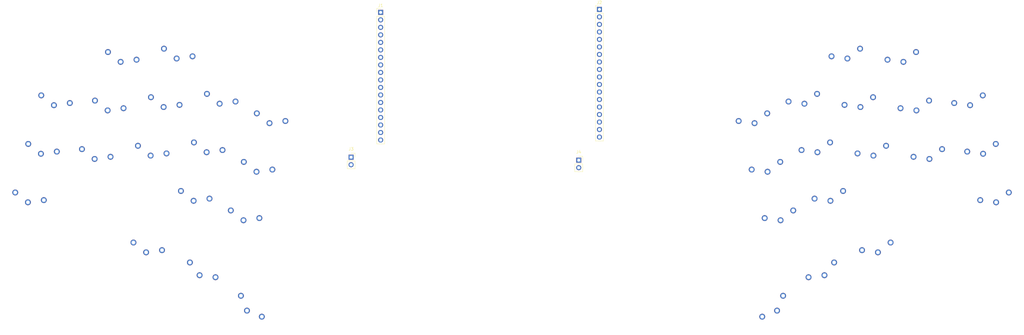
<source format=kicad_pcb>
(kicad_pcb (version 20171130) (host pcbnew 5.1.10-88a1d61d58~88~ubuntu20.04.1)

  (general
    (thickness 1.6)
    (drawings 0)
    (tracks 0)
    (zones 0)
    (modules 40)
    (nets 41)
  )

  (page A3)
  (title_block
    (title "arrak keyboard")
    (date 2021-08-12)
    (comment 4 "by: durken")
  )

  (layers
    (0 F.Cu signal)
    (31 B.Cu signal)
    (32 B.Adhes user)
    (33 F.Adhes user)
    (34 B.Paste user)
    (35 F.Paste user)
    (36 B.SilkS user)
    (37 F.SilkS user)
    (38 B.Mask user)
    (39 F.Mask user)
    (40 Dwgs.User user)
    (41 Cmts.User user)
    (42 Eco1.User user)
    (43 Eco2.User user)
    (44 Edge.Cuts user)
    (45 Margin user)
    (46 B.CrtYd user)
    (47 F.CrtYd user)
    (48 B.Fab user)
    (49 F.Fab user)
  )

  (setup
    (last_trace_width 0.25)
    (trace_clearance 0.2)
    (zone_clearance 0.508)
    (zone_45_only no)
    (trace_min 0.2)
    (via_size 0.8)
    (via_drill 0.4)
    (via_min_size 0.4)
    (via_min_drill 0.3)
    (uvia_size 0.3)
    (uvia_drill 0.1)
    (uvias_allowed no)
    (uvia_min_size 0.2)
    (uvia_min_drill 0.1)
    (edge_width 0.05)
    (segment_width 0.2)
    (pcb_text_width 0.3)
    (pcb_text_size 1.5 1.5)
    (mod_edge_width 0.12)
    (mod_text_size 1 1)
    (mod_text_width 0.15)
    (pad_size 1.524 1.524)
    (pad_drill 0.762)
    (pad_to_mask_clearance 0)
    (aux_axis_origin 0 0)
    (visible_elements FFFFF77F)
    (pcbplotparams
      (layerselection 0x010fc_ffffffff)
      (usegerberextensions false)
      (usegerberattributes true)
      (usegerberadvancedattributes true)
      (creategerberjobfile true)
      (excludeedgelayer true)
      (linewidth 0.100000)
      (plotframeref false)
      (viasonmask false)
      (mode 1)
      (useauxorigin false)
      (hpglpennumber 1)
      (hpglpenspeed 20)
      (hpglpendiameter 15.000000)
      (psnegative false)
      (psa4output false)
      (plotreference true)
      (plotvalue true)
      (plotinvisibletext false)
      (padsonsilk false)
      (subtractmaskfromsilk false)
      (outputformat 1)
      (mirror false)
      (drillshape 1)
      (scaleselection 1)
      (outputdirectory ""))
  )

  (net 0 "")
  (net 1 R1)
  (net 2 R3)
  (net 3 D1)
  (net 4 D3)
  (net 5 D5)
  (net 6 D7)
  (net 7 D9)
  (net 8 D11)
  (net 9 D13)
  (net 10 D15)
  (net 11 D17)
  (net 12 R2)
  (net 13 R4)
  (net 14 D2)
  (net 15 D4)
  (net 16 D6)
  (net 17 D8)
  (net 18 D10)
  (net 19 D12)
  (net 20 D14)
  (net 21 D16)
  (net 22 D18)
  (net 23 D19)
  (net 24 D20)
  (net 25 D21)
  (net 26 D22)
  (net 27 D23)
  (net 28 D24)
  (net 29 D25)
  (net 30 D26)
  (net 31 D27)
  (net 32 D28)
  (net 33 D29)
  (net 34 D30)
  (net 35 D31)
  (net 36 D32)
  (net 37 D33)
  (net 38 D34)
  (net 39 D35)
  (net 40 D36)

  (net_class Default "This is the default net class."
    (clearance 0.2)
    (trace_width 0.25)
    (via_dia 0.8)
    (via_drill 0.4)
    (uvia_dia 0.3)
    (uvia_drill 0.1)
    (add_net D1)
    (add_net D10)
    (add_net D11)
    (add_net D12)
    (add_net D13)
    (add_net D14)
    (add_net D15)
    (add_net D16)
    (add_net D17)
    (add_net D18)
    (add_net D19)
    (add_net D2)
    (add_net D20)
    (add_net D21)
    (add_net D22)
    (add_net D23)
    (add_net D24)
    (add_net D25)
    (add_net D26)
    (add_net D27)
    (add_net D28)
    (add_net D29)
    (add_net D3)
    (add_net D30)
    (add_net D31)
    (add_net D32)
    (add_net D33)
    (add_net D34)
    (add_net D35)
    (add_net D36)
    (add_net D4)
    (add_net D5)
    (add_net D6)
    (add_net D7)
    (add_net D8)
    (add_net D9)
    (add_net R1)
    (add_net R2)
    (add_net R3)
    (add_net R4)
  )

  (module Keebio-Parts:Kailh-PG1350-1u-reversible-NoLED (layer F.Cu) (tedit 6112C87C) (tstamp 6112E058)
    (at 85.199048 157.47238 345)
    (path /61137117)
    (fp_text reference SW10 (at 0 -7.14375 345) (layer Dwgs.User)
      (effects (font (size 1.27 1.524) (thickness 0.2032)))
    )
    (fp_text value SW_PUSH (at 0 -5.08 345) (layer F.SilkS) hide
      (effects (font (size 1.27 1.524) (thickness 0.2032)))
    )
    (fp_line (start 6.9 6.9) (end -6.9 6.9) (layer Cmts.User) (width 0.1524))
    (fp_line (start -6.9 6.9) (end -6.9 -6.9) (layer Cmts.User) (width 0.1524))
    (fp_line (start -6.9 -6.9) (end 6.9 -6.9) (layer Cmts.User) (width 0.1524))
    (fp_line (start 6.9 -6.9) (end 6.9 6.9) (layer Cmts.User) (width 0.1524))
    (fp_line (start 9 8.5) (end -9 8.5) (layer Dwgs.User) (width 0.1524))
    (fp_line (start -9 8.5) (end -9 -8.5) (layer Dwgs.User) (width 0.1524))
    (fp_line (start -9 -8.5) (end 9 -8.5) (layer Dwgs.User) (width 0.1524))
    (fp_line (start 9 -8.5) (end 9 8.5) (layer Dwgs.User) (width 0.1524))
    (fp_line (start 7.5 7.5) (end -7.5 7.5) (layer Eco2.User) (width 0.1524))
    (fp_line (start -7.5 7.5) (end -7.5 -7.5) (layer Eco2.User) (width 0.1524))
    (fp_line (start -7.5 -7.5) (end 7.5 -7.5) (layer Eco2.User) (width 0.1524))
    (fp_line (start 7.5 -7.5) (end 7.5 7.5) (layer Eco2.User) (width 0.1524))
    (pad "" np_thru_hole circle (at 5.5 0 165) (size 1.7 1.7) (drill 1.7) (layers *.Cu *.Mask))
    (pad "" np_thru_hole circle (at -5.5 0 165) (size 1.7 1.7) (drill 1.7) (layers *.Cu *.Mask))
    (pad 2 thru_hole circle (at -5 3.8 26.9) (size 2 2) (drill 1.2) (layers *.Cu B.Mask)
      (net 18 D10))
    (pad 1 thru_hole circle (at 0 5.9 165) (size 2 2) (drill 1.2) (layers *.Cu *.Mask)
      (net 13 R4))
    (pad "" np_thru_hole circle (at 0 0 165) (size 3.4 3.4) (drill 3.4) (layers *.Cu *.Mask))
    (pad 2 thru_hole circle (at 5 3.8 26.9) (size 2 2) (drill 1.2) (layers *.Cu F.Mask)
      (net 18 D10))
    (model /Users/danny/Documents/proj/custom-keyboard/kicad-libs/3d_models/mx-switch.wrl
      (offset (xyz 7.4675998878479 7.4675998878479 5.943599910736085))
      (scale (xyz 0.4 0.4 0.4))
      (rotate (xyz 270 0 180))
    )
    (model /Users/danny/Documents/proj/custom-keyboard/kicad-libs/3d_models/SA-R3-1u.wrl
      (offset (xyz 0 0 11.93799982070923))
      (scale (xyz 0.394 0.394 0.394))
      (rotate (xyz 270 0 0))
    )
  )

  (module Keebio-Parts:Kailh-PG1350-1u-reversible-NoLED (layer F.Cu) (tedit 6112C87C) (tstamp 6112E100)
    (at 122.528383 130.204802 345)
    (path /61134870)
    (fp_text reference SW16 (at 0 -7.14375 345) (layer Dwgs.User)
      (effects (font (size 1.27 1.524) (thickness 0.2032)))
    )
    (fp_text value SW_PUSH (at 0 -5.08 345) (layer F.SilkS) hide
      (effects (font (size 1.27 1.524) (thickness 0.2032)))
    )
    (fp_line (start 6.9 6.9) (end -6.9 6.9) (layer Cmts.User) (width 0.1524))
    (fp_line (start -6.9 6.9) (end -6.9 -6.9) (layer Cmts.User) (width 0.1524))
    (fp_line (start -6.9 -6.9) (end 6.9 -6.9) (layer Cmts.User) (width 0.1524))
    (fp_line (start 6.9 -6.9) (end 6.9 6.9) (layer Cmts.User) (width 0.1524))
    (fp_line (start 9 8.5) (end -9 8.5) (layer Dwgs.User) (width 0.1524))
    (fp_line (start -9 8.5) (end -9 -8.5) (layer Dwgs.User) (width 0.1524))
    (fp_line (start -9 -8.5) (end 9 -8.5) (layer Dwgs.User) (width 0.1524))
    (fp_line (start 9 -8.5) (end 9 8.5) (layer Dwgs.User) (width 0.1524))
    (fp_line (start 7.5 7.5) (end -7.5 7.5) (layer Eco2.User) (width 0.1524))
    (fp_line (start -7.5 7.5) (end -7.5 -7.5) (layer Eco2.User) (width 0.1524))
    (fp_line (start -7.5 -7.5) (end 7.5 -7.5) (layer Eco2.User) (width 0.1524))
    (fp_line (start 7.5 -7.5) (end 7.5 7.5) (layer Eco2.User) (width 0.1524))
    (pad "" np_thru_hole circle (at 5.5 0 165) (size 1.7 1.7) (drill 1.7) (layers *.Cu *.Mask))
    (pad "" np_thru_hole circle (at -5.5 0 165) (size 1.7 1.7) (drill 1.7) (layers *.Cu *.Mask))
    (pad 2 thru_hole circle (at -5 3.8 26.9) (size 2 2) (drill 1.2) (layers *.Cu B.Mask)
      (net 21 D16))
    (pad 1 thru_hole circle (at 0 5.9 165) (size 2 2) (drill 1.2) (layers *.Cu *.Mask)
      (net 12 R2))
    (pad "" np_thru_hole circle (at 0 0 165) (size 3.4 3.4) (drill 3.4) (layers *.Cu *.Mask))
    (pad 2 thru_hole circle (at 5 3.8 26.9) (size 2 2) (drill 1.2) (layers *.Cu F.Mask)
      (net 21 D16))
    (model /Users/danny/Documents/proj/custom-keyboard/kicad-libs/3d_models/mx-switch.wrl
      (offset (xyz 7.4675998878479 7.4675998878479 5.943599910736085))
      (scale (xyz 0.4 0.4 0.4))
      (rotate (xyz 270 0 180))
    )
    (model /Users/danny/Documents/proj/custom-keyboard/kicad-libs/3d_models/SA-R3-1u.wrl
      (offset (xyz 0 0 11.93799982070923))
      (scale (xyz 0.394 0.394 0.394))
      (rotate (xyz 270 0 0))
    )
  )

  (module Keebio-Parts:Kailh-PG1350-1u-reversible-NoLED (layer F.Cu) (tedit 6112C87C) (tstamp 6112E090)
    (at 105.659356 123.614209 345)
    (path /61133F34)
    (fp_text reference SW12 (at 0 -7.14375 345) (layer Dwgs.User)
      (effects (font (size 1.27 1.524) (thickness 0.2032)))
    )
    (fp_text value SW_PUSH (at 0 -5.08 345) (layer F.SilkS) hide
      (effects (font (size 1.27 1.524) (thickness 0.2032)))
    )
    (fp_line (start 6.9 6.9) (end -6.9 6.9) (layer Cmts.User) (width 0.1524))
    (fp_line (start -6.9 6.9) (end -6.9 -6.9) (layer Cmts.User) (width 0.1524))
    (fp_line (start -6.9 -6.9) (end 6.9 -6.9) (layer Cmts.User) (width 0.1524))
    (fp_line (start 6.9 -6.9) (end 6.9 6.9) (layer Cmts.User) (width 0.1524))
    (fp_line (start 9 8.5) (end -9 8.5) (layer Dwgs.User) (width 0.1524))
    (fp_line (start -9 8.5) (end -9 -8.5) (layer Dwgs.User) (width 0.1524))
    (fp_line (start -9 -8.5) (end 9 -8.5) (layer Dwgs.User) (width 0.1524))
    (fp_line (start 9 -8.5) (end 9 8.5) (layer Dwgs.User) (width 0.1524))
    (fp_line (start 7.5 7.5) (end -7.5 7.5) (layer Eco2.User) (width 0.1524))
    (fp_line (start -7.5 7.5) (end -7.5 -7.5) (layer Eco2.User) (width 0.1524))
    (fp_line (start -7.5 -7.5) (end 7.5 -7.5) (layer Eco2.User) (width 0.1524))
    (fp_line (start 7.5 -7.5) (end 7.5 7.5) (layer Eco2.User) (width 0.1524))
    (pad "" np_thru_hole circle (at 5.5 0 165) (size 1.7 1.7) (drill 1.7) (layers *.Cu *.Mask))
    (pad "" np_thru_hole circle (at -5.5 0 165) (size 1.7 1.7) (drill 1.7) (layers *.Cu *.Mask))
    (pad 2 thru_hole circle (at -5 3.8 26.9) (size 2 2) (drill 1.2) (layers *.Cu B.Mask)
      (net 19 D12))
    (pad 1 thru_hole circle (at 0 5.9 165) (size 2 2) (drill 1.2) (layers *.Cu *.Mask)
      (net 12 R2))
    (pad "" np_thru_hole circle (at 0 0 165) (size 3.4 3.4) (drill 3.4) (layers *.Cu *.Mask))
    (pad 2 thru_hole circle (at 5 3.8 26.9) (size 2 2) (drill 1.2) (layers *.Cu F.Mask)
      (net 19 D12))
    (model /Users/danny/Documents/proj/custom-keyboard/kicad-libs/3d_models/mx-switch.wrl
      (offset (xyz 7.4675998878479 7.4675998878479 5.943599910736085))
      (scale (xyz 0.4 0.4 0.4))
      (rotate (xyz 270 0 180))
    )
    (model /Users/danny/Documents/proj/custom-keyboard/kicad-libs/3d_models/SA-R3-1u.wrl
      (offset (xyz 0 0 11.93799982070923))
      (scale (xyz 0.394 0.394 0.394))
      (rotate (xyz 270 0 0))
    )
  )

  (module Keebio-Parts:Kailh-PG1350-1u-reversible-NoLED (layer F.Cu) (tedit 6112C87C) (tstamp 6112E11C)
    (at 118.128459 146.625541 345)
    (path /61134B0D)
    (fp_text reference SW17 (at 0 -7.14375 345) (layer Dwgs.User)
      (effects (font (size 1.27 1.524) (thickness 0.2032)))
    )
    (fp_text value SW_PUSH (at 0 -5.08 345) (layer F.SilkS) hide
      (effects (font (size 1.27 1.524) (thickness 0.2032)))
    )
    (fp_line (start 6.9 6.9) (end -6.9 6.9) (layer Cmts.User) (width 0.1524))
    (fp_line (start -6.9 6.9) (end -6.9 -6.9) (layer Cmts.User) (width 0.1524))
    (fp_line (start -6.9 -6.9) (end 6.9 -6.9) (layer Cmts.User) (width 0.1524))
    (fp_line (start 6.9 -6.9) (end 6.9 6.9) (layer Cmts.User) (width 0.1524))
    (fp_line (start 9 8.5) (end -9 8.5) (layer Dwgs.User) (width 0.1524))
    (fp_line (start -9 8.5) (end -9 -8.5) (layer Dwgs.User) (width 0.1524))
    (fp_line (start -9 -8.5) (end 9 -8.5) (layer Dwgs.User) (width 0.1524))
    (fp_line (start 9 -8.5) (end 9 8.5) (layer Dwgs.User) (width 0.1524))
    (fp_line (start 7.5 7.5) (end -7.5 7.5) (layer Eco2.User) (width 0.1524))
    (fp_line (start -7.5 7.5) (end -7.5 -7.5) (layer Eco2.User) (width 0.1524))
    (fp_line (start -7.5 -7.5) (end 7.5 -7.5) (layer Eco2.User) (width 0.1524))
    (fp_line (start 7.5 -7.5) (end 7.5 7.5) (layer Eco2.User) (width 0.1524))
    (pad "" np_thru_hole circle (at 5.5 0 165) (size 1.7 1.7) (drill 1.7) (layers *.Cu *.Mask))
    (pad "" np_thru_hole circle (at -5.5 0 165) (size 1.7 1.7) (drill 1.7) (layers *.Cu *.Mask))
    (pad 2 thru_hole circle (at -5 3.8 26.9) (size 2 2) (drill 1.2) (layers *.Cu B.Mask)
      (net 11 D17))
    (pad 1 thru_hole circle (at 0 5.9 165) (size 2 2) (drill 1.2) (layers *.Cu *.Mask)
      (net 2 R3))
    (pad "" np_thru_hole circle (at 0 0 165) (size 3.4 3.4) (drill 3.4) (layers *.Cu *.Mask))
    (pad 2 thru_hole circle (at 5 3.8 26.9) (size 2 2) (drill 1.2) (layers *.Cu F.Mask)
      (net 11 D17))
    (model /Users/danny/Documents/proj/custom-keyboard/kicad-libs/3d_models/mx-switch.wrl
      (offset (xyz 7.4675998878479 7.4675998878479 5.943599910736085))
      (scale (xyz 0.4 0.4 0.4))
      (rotate (xyz 270 0 180))
    )
    (model /Users/danny/Documents/proj/custom-keyboard/kicad-libs/3d_models/SA-R3-1u.wrl
      (offset (xyz 0 0 11.93799982070923))
      (scale (xyz 0.394 0.394 0.394))
      (rotate (xyz 270 0 0))
    )
  )

  (module Keebio-Parts:Kailh-PG1350-1u-reversible-NoLED (layer F.Cu) (tedit 6112C87C) (tstamp 6112E0AC)
    (at 101.259432 140.034948 345)
    (path /6113418A)
    (fp_text reference SW13 (at 0 -7.14375 345) (layer Dwgs.User)
      (effects (font (size 1.27 1.524) (thickness 0.2032)))
    )
    (fp_text value SW_PUSH (at 0 -5.08 345) (layer F.SilkS) hide
      (effects (font (size 1.27 1.524) (thickness 0.2032)))
    )
    (fp_line (start 6.9 6.9) (end -6.9 6.9) (layer Cmts.User) (width 0.1524))
    (fp_line (start -6.9 6.9) (end -6.9 -6.9) (layer Cmts.User) (width 0.1524))
    (fp_line (start -6.9 -6.9) (end 6.9 -6.9) (layer Cmts.User) (width 0.1524))
    (fp_line (start 6.9 -6.9) (end 6.9 6.9) (layer Cmts.User) (width 0.1524))
    (fp_line (start 9 8.5) (end -9 8.5) (layer Dwgs.User) (width 0.1524))
    (fp_line (start -9 8.5) (end -9 -8.5) (layer Dwgs.User) (width 0.1524))
    (fp_line (start -9 -8.5) (end 9 -8.5) (layer Dwgs.User) (width 0.1524))
    (fp_line (start 9 -8.5) (end 9 8.5) (layer Dwgs.User) (width 0.1524))
    (fp_line (start 7.5 7.5) (end -7.5 7.5) (layer Eco2.User) (width 0.1524))
    (fp_line (start -7.5 7.5) (end -7.5 -7.5) (layer Eco2.User) (width 0.1524))
    (fp_line (start -7.5 -7.5) (end 7.5 -7.5) (layer Eco2.User) (width 0.1524))
    (fp_line (start 7.5 -7.5) (end 7.5 7.5) (layer Eco2.User) (width 0.1524))
    (pad "" np_thru_hole circle (at 5.5 0 165) (size 1.7 1.7) (drill 1.7) (layers *.Cu *.Mask))
    (pad "" np_thru_hole circle (at -5.5 0 165) (size 1.7 1.7) (drill 1.7) (layers *.Cu *.Mask))
    (pad 2 thru_hole circle (at -5 3.8 26.9) (size 2 2) (drill 1.2) (layers *.Cu B.Mask)
      (net 9 D13))
    (pad 1 thru_hole circle (at 0 5.9 165) (size 2 2) (drill 1.2) (layers *.Cu *.Mask)
      (net 2 R3))
    (pad "" np_thru_hole circle (at 0 0 165) (size 3.4 3.4) (drill 3.4) (layers *.Cu *.Mask))
    (pad 2 thru_hole circle (at 5 3.8 26.9) (size 2 2) (drill 1.2) (layers *.Cu F.Mask)
      (net 9 D13))
    (model /Users/danny/Documents/proj/custom-keyboard/kicad-libs/3d_models/mx-switch.wrl
      (offset (xyz 7.4675998878479 7.4675998878479 5.943599910736085))
      (scale (xyz 0.4 0.4 0.4))
      (rotate (xyz 270 0 180))
    )
    (model /Users/danny/Documents/proj/custom-keyboard/kicad-libs/3d_models/SA-R3-1u.wrl
      (offset (xyz 0 0 11.93799982070923))
      (scale (xyz 0.394 0.394 0.394))
      (rotate (xyz 270 0 0))
    )
  )

  (module Keebio-Parts:Kailh-PG1350-1u-reversible-NoLED (layer F.Cu) (tedit 6112C87C) (tstamp 6112DF5C)
    (at 54.016998 107.706128 345)
    (path /6112F67E)
    (fp_text reference SW1 (at 0 -7.14375 345) (layer Dwgs.User)
      (effects (font (size 1.27 1.524) (thickness 0.2032)))
    )
    (fp_text value SW_PUSH (at 0 -5.08 345) (layer F.SilkS) hide
      (effects (font (size 1.27 1.524) (thickness 0.2032)))
    )
    (fp_line (start 6.9 6.9) (end -6.9 6.9) (layer Cmts.User) (width 0.1524))
    (fp_line (start -6.9 6.9) (end -6.9 -6.9) (layer Cmts.User) (width 0.1524))
    (fp_line (start -6.9 -6.9) (end 6.9 -6.9) (layer Cmts.User) (width 0.1524))
    (fp_line (start 6.9 -6.9) (end 6.9 6.9) (layer Cmts.User) (width 0.1524))
    (fp_line (start 9 8.5) (end -9 8.5) (layer Dwgs.User) (width 0.1524))
    (fp_line (start -9 8.5) (end -9 -8.5) (layer Dwgs.User) (width 0.1524))
    (fp_line (start -9 -8.5) (end 9 -8.5) (layer Dwgs.User) (width 0.1524))
    (fp_line (start 9 -8.5) (end 9 8.5) (layer Dwgs.User) (width 0.1524))
    (fp_line (start 7.5 7.5) (end -7.5 7.5) (layer Eco2.User) (width 0.1524))
    (fp_line (start -7.5 7.5) (end -7.5 -7.5) (layer Eco2.User) (width 0.1524))
    (fp_line (start -7.5 -7.5) (end 7.5 -7.5) (layer Eco2.User) (width 0.1524))
    (fp_line (start 7.5 -7.5) (end 7.5 7.5) (layer Eco2.User) (width 0.1524))
    (pad "" np_thru_hole circle (at 5.5 0 165) (size 1.7 1.7) (drill 1.7) (layers *.Cu *.Mask))
    (pad "" np_thru_hole circle (at -5.5 0 165) (size 1.7 1.7) (drill 1.7) (layers *.Cu *.Mask))
    (pad 2 thru_hole circle (at -5 3.8 26.9) (size 2 2) (drill 1.2) (layers *.Cu B.Mask)
      (net 3 D1))
    (pad 1 thru_hole circle (at 0 5.9 165) (size 2 2) (drill 1.2) (layers *.Cu *.Mask)
      (net 1 R1))
    (pad "" np_thru_hole circle (at 0 0 165) (size 3.4 3.4) (drill 3.4) (layers *.Cu *.Mask))
    (pad 2 thru_hole circle (at 5 3.8 26.9) (size 2 2) (drill 1.2) (layers *.Cu F.Mask)
      (net 3 D1))
    (model /Users/danny/Documents/proj/custom-keyboard/kicad-libs/3d_models/mx-switch.wrl
      (offset (xyz 7.4675998878479 7.4675998878479 5.943599910736085))
      (scale (xyz 0.4 0.4 0.4))
      (rotate (xyz 270 0 180))
    )
    (model /Users/danny/Documents/proj/custom-keyboard/kicad-libs/3d_models/SA-R3-1u.wrl
      (offset (xyz 0 0 11.93799982070923))
      (scale (xyz 0.394 0.394 0.394))
      (rotate (xyz 270 0 0))
    )
  )

  (module Keebio-Parts:Kailh-PG1350-1u-reversible-NoLED (layer F.Cu) (tedit 6112C87C) (tstamp 6112DFCC)
    (at 72.180122 109.467093 345)
    (path /61132327)
    (fp_text reference SW5 (at 0 -7.14375 345) (layer Dwgs.User)
      (effects (font (size 1.27 1.524) (thickness 0.2032)))
    )
    (fp_text value SW_PUSH (at 0 -5.08 345) (layer F.SilkS) hide
      (effects (font (size 1.27 1.524) (thickness 0.2032)))
    )
    (fp_line (start 6.9 6.9) (end -6.9 6.9) (layer Cmts.User) (width 0.1524))
    (fp_line (start -6.9 6.9) (end -6.9 -6.9) (layer Cmts.User) (width 0.1524))
    (fp_line (start -6.9 -6.9) (end 6.9 -6.9) (layer Cmts.User) (width 0.1524))
    (fp_line (start 6.9 -6.9) (end 6.9 6.9) (layer Cmts.User) (width 0.1524))
    (fp_line (start 9 8.5) (end -9 8.5) (layer Dwgs.User) (width 0.1524))
    (fp_line (start -9 8.5) (end -9 -8.5) (layer Dwgs.User) (width 0.1524))
    (fp_line (start -9 -8.5) (end 9 -8.5) (layer Dwgs.User) (width 0.1524))
    (fp_line (start 9 -8.5) (end 9 8.5) (layer Dwgs.User) (width 0.1524))
    (fp_line (start 7.5 7.5) (end -7.5 7.5) (layer Eco2.User) (width 0.1524))
    (fp_line (start -7.5 7.5) (end -7.5 -7.5) (layer Eco2.User) (width 0.1524))
    (fp_line (start -7.5 -7.5) (end 7.5 -7.5) (layer Eco2.User) (width 0.1524))
    (fp_line (start 7.5 -7.5) (end 7.5 7.5) (layer Eco2.User) (width 0.1524))
    (pad "" np_thru_hole circle (at 5.5 0 165) (size 1.7 1.7) (drill 1.7) (layers *.Cu *.Mask))
    (pad "" np_thru_hole circle (at -5.5 0 165) (size 1.7 1.7) (drill 1.7) (layers *.Cu *.Mask))
    (pad 2 thru_hole circle (at -5 3.8 26.9) (size 2 2) (drill 1.2) (layers *.Cu B.Mask)
      (net 5 D5))
    (pad 1 thru_hole circle (at 0 5.9 165) (size 2 2) (drill 1.2) (layers *.Cu *.Mask)
      (net 12 R2))
    (pad "" np_thru_hole circle (at 0 0 165) (size 3.4 3.4) (drill 3.4) (layers *.Cu *.Mask))
    (pad 2 thru_hole circle (at 5 3.8 26.9) (size 2 2) (drill 1.2) (layers *.Cu F.Mask)
      (net 5 D5))
    (model /Users/danny/Documents/proj/custom-keyboard/kicad-libs/3d_models/mx-switch.wrl
      (offset (xyz 7.4675998878479 7.4675998878479 5.943599910736085))
      (scale (xyz 0.4 0.4 0.4))
      (rotate (xyz 270 0 180))
    )
    (model /Users/danny/Documents/proj/custom-keyboard/kicad-libs/3d_models/SA-R3-1u.wrl
      (offset (xyz 0 0 11.93799982070923))
      (scale (xyz 0.394 0.394 0.394))
      (rotate (xyz 270 0 0))
    )
  )

  (module Keebio-Parts:Kailh-PG1350-1u-reversible-NoLED (layer F.Cu) (tedit 6112C87C) (tstamp 6112DFB0)
    (at 76.580045 93.046355 345)
    (path /61131F32)
    (fp_text reference SW4 (at 0 -7.14375 345) (layer Dwgs.User)
      (effects (font (size 1.27 1.524) (thickness 0.2032)))
    )
    (fp_text value SW_PUSH (at 0 -5.08 345) (layer F.SilkS) hide
      (effects (font (size 1.27 1.524) (thickness 0.2032)))
    )
    (fp_line (start 6.9 6.9) (end -6.9 6.9) (layer Cmts.User) (width 0.1524))
    (fp_line (start -6.9 6.9) (end -6.9 -6.9) (layer Cmts.User) (width 0.1524))
    (fp_line (start -6.9 -6.9) (end 6.9 -6.9) (layer Cmts.User) (width 0.1524))
    (fp_line (start 6.9 -6.9) (end 6.9 6.9) (layer Cmts.User) (width 0.1524))
    (fp_line (start 9 8.5) (end -9 8.5) (layer Dwgs.User) (width 0.1524))
    (fp_line (start -9 8.5) (end -9 -8.5) (layer Dwgs.User) (width 0.1524))
    (fp_line (start -9 -8.5) (end 9 -8.5) (layer Dwgs.User) (width 0.1524))
    (fp_line (start 9 -8.5) (end 9 8.5) (layer Dwgs.User) (width 0.1524))
    (fp_line (start 7.5 7.5) (end -7.5 7.5) (layer Eco2.User) (width 0.1524))
    (fp_line (start -7.5 7.5) (end -7.5 -7.5) (layer Eco2.User) (width 0.1524))
    (fp_line (start -7.5 -7.5) (end 7.5 -7.5) (layer Eco2.User) (width 0.1524))
    (fp_line (start 7.5 -7.5) (end 7.5 7.5) (layer Eco2.User) (width 0.1524))
    (pad "" np_thru_hole circle (at 5.5 0 165) (size 1.7 1.7) (drill 1.7) (layers *.Cu *.Mask))
    (pad "" np_thru_hole circle (at -5.5 0 165) (size 1.7 1.7) (drill 1.7) (layers *.Cu *.Mask))
    (pad 2 thru_hole circle (at -5 3.8 26.9) (size 2 2) (drill 1.2) (layers *.Cu B.Mask)
      (net 15 D4))
    (pad 1 thru_hole circle (at 0 5.9 165) (size 2 2) (drill 1.2) (layers *.Cu *.Mask)
      (net 1 R1))
    (pad "" np_thru_hole circle (at 0 0 165) (size 3.4 3.4) (drill 3.4) (layers *.Cu *.Mask))
    (pad 2 thru_hole circle (at 5 3.8 26.9) (size 2 2) (drill 1.2) (layers *.Cu F.Mask)
      (net 15 D4))
    (model /Users/danny/Documents/proj/custom-keyboard/kicad-libs/3d_models/mx-switch.wrl
      (offset (xyz 7.4675998878479 7.4675998878479 5.943599910736085))
      (scale (xyz 0.4 0.4 0.4))
      (rotate (xyz 270 0 180))
    )
    (model /Users/danny/Documents/proj/custom-keyboard/kicad-libs/3d_models/SA-R3-1u.wrl
      (offset (xyz 0 0 11.93799982070923))
      (scale (xyz 0.394 0.394 0.394))
      (rotate (xyz 270 0 0))
    )
  )

  (module Keebio-Parts:Kailh-PG1350-1u-reversible-NoLED (layer F.Cu) (tedit 6112C87C) (tstamp 6112DFE8)
    (at 67.780198 125.887832 345)
    (path /6113258B)
    (fp_text reference SW6 (at 0 -7.14375 345) (layer Dwgs.User)
      (effects (font (size 1.27 1.524) (thickness 0.2032)))
    )
    (fp_text value SW_PUSH (at 0 -5.08 345) (layer F.SilkS) hide
      (effects (font (size 1.27 1.524) (thickness 0.2032)))
    )
    (fp_line (start 6.9 6.9) (end -6.9 6.9) (layer Cmts.User) (width 0.1524))
    (fp_line (start -6.9 6.9) (end -6.9 -6.9) (layer Cmts.User) (width 0.1524))
    (fp_line (start -6.9 -6.9) (end 6.9 -6.9) (layer Cmts.User) (width 0.1524))
    (fp_line (start 6.9 -6.9) (end 6.9 6.9) (layer Cmts.User) (width 0.1524))
    (fp_line (start 9 8.5) (end -9 8.5) (layer Dwgs.User) (width 0.1524))
    (fp_line (start -9 8.5) (end -9 -8.5) (layer Dwgs.User) (width 0.1524))
    (fp_line (start -9 -8.5) (end 9 -8.5) (layer Dwgs.User) (width 0.1524))
    (fp_line (start 9 -8.5) (end 9 8.5) (layer Dwgs.User) (width 0.1524))
    (fp_line (start 7.5 7.5) (end -7.5 7.5) (layer Eco2.User) (width 0.1524))
    (fp_line (start -7.5 7.5) (end -7.5 -7.5) (layer Eco2.User) (width 0.1524))
    (fp_line (start -7.5 -7.5) (end 7.5 -7.5) (layer Eco2.User) (width 0.1524))
    (fp_line (start 7.5 -7.5) (end 7.5 7.5) (layer Eco2.User) (width 0.1524))
    (pad "" np_thru_hole circle (at 5.5 0 165) (size 1.7 1.7) (drill 1.7) (layers *.Cu *.Mask))
    (pad "" np_thru_hole circle (at -5.5 0 165) (size 1.7 1.7) (drill 1.7) (layers *.Cu *.Mask))
    (pad 2 thru_hole circle (at -5 3.8 26.9) (size 2 2) (drill 1.2) (layers *.Cu B.Mask)
      (net 16 D6))
    (pad 1 thru_hole circle (at 0 5.9 165) (size 2 2) (drill 1.2) (layers *.Cu *.Mask)
      (net 2 R3))
    (pad "" np_thru_hole circle (at 0 0 165) (size 3.4 3.4) (drill 3.4) (layers *.Cu *.Mask))
    (pad 2 thru_hole circle (at 5 3.8 26.9) (size 2 2) (drill 1.2) (layers *.Cu F.Mask)
      (net 16 D6))
    (model /Users/danny/Documents/proj/custom-keyboard/kicad-libs/3d_models/mx-switch.wrl
      (offset (xyz 7.4675998878479 7.4675998878479 5.943599910736085))
      (scale (xyz 0.4 0.4 0.4))
      (rotate (xyz 270 0 180))
    )
    (model /Users/danny/Documents/proj/custom-keyboard/kicad-libs/3d_models/SA-R3-1u.wrl
      (offset (xyz 0 0 11.93799982070923))
      (scale (xyz 0.394 0.394 0.394))
      (rotate (xyz 270 0 0))
    )
  )

  (module Keebio-Parts:Kailh-PG1350-1u-reversible-NoLED (layer F.Cu) (tedit 6112C87C) (tstamp 6112DF78)
    (at 49.617075 124.126868 345)
    (path /61131AB6)
    (fp_text reference SW2 (at 0 -7.14375 345) (layer Dwgs.User)
      (effects (font (size 1.27 1.524) (thickness 0.2032)))
    )
    (fp_text value SW_PUSH (at 0 -5.08 345) (layer F.SilkS) hide
      (effects (font (size 1.27 1.524) (thickness 0.2032)))
    )
    (fp_line (start 6.9 6.9) (end -6.9 6.9) (layer Cmts.User) (width 0.1524))
    (fp_line (start -6.9 6.9) (end -6.9 -6.9) (layer Cmts.User) (width 0.1524))
    (fp_line (start -6.9 -6.9) (end 6.9 -6.9) (layer Cmts.User) (width 0.1524))
    (fp_line (start 6.9 -6.9) (end 6.9 6.9) (layer Cmts.User) (width 0.1524))
    (fp_line (start 9 8.5) (end -9 8.5) (layer Dwgs.User) (width 0.1524))
    (fp_line (start -9 8.5) (end -9 -8.5) (layer Dwgs.User) (width 0.1524))
    (fp_line (start -9 -8.5) (end 9 -8.5) (layer Dwgs.User) (width 0.1524))
    (fp_line (start 9 -8.5) (end 9 8.5) (layer Dwgs.User) (width 0.1524))
    (fp_line (start 7.5 7.5) (end -7.5 7.5) (layer Eco2.User) (width 0.1524))
    (fp_line (start -7.5 7.5) (end -7.5 -7.5) (layer Eco2.User) (width 0.1524))
    (fp_line (start -7.5 -7.5) (end 7.5 -7.5) (layer Eco2.User) (width 0.1524))
    (fp_line (start 7.5 -7.5) (end 7.5 7.5) (layer Eco2.User) (width 0.1524))
    (pad "" np_thru_hole circle (at 5.5 0 165) (size 1.7 1.7) (drill 1.7) (layers *.Cu *.Mask))
    (pad "" np_thru_hole circle (at -5.5 0 165) (size 1.7 1.7) (drill 1.7) (layers *.Cu *.Mask))
    (pad 2 thru_hole circle (at -5 3.8 26.9) (size 2 2) (drill 1.2) (layers *.Cu B.Mask)
      (net 14 D2))
    (pad 1 thru_hole circle (at 0 5.9 165) (size 2 2) (drill 1.2) (layers *.Cu *.Mask)
      (net 12 R2))
    (pad "" np_thru_hole circle (at 0 0 165) (size 3.4 3.4) (drill 3.4) (layers *.Cu *.Mask))
    (pad 2 thru_hole circle (at 5 3.8 26.9) (size 2 2) (drill 1.2) (layers *.Cu F.Mask)
      (net 14 D2))
    (model /Users/danny/Documents/proj/custom-keyboard/kicad-libs/3d_models/mx-switch.wrl
      (offset (xyz 7.4675998878479 7.4675998878479 5.943599910736085))
      (scale (xyz 0.4 0.4 0.4))
      (rotate (xyz 270 0 180))
    )
    (model /Users/danny/Documents/proj/custom-keyboard/kicad-libs/3d_models/SA-R3-1u.wrl
      (offset (xyz 0 0 11.93799982070923))
      (scale (xyz 0.394 0.394 0.394))
      (rotate (xyz 270 0 0))
    )
  )

  (module Keebio-Parts:Kailh-PG1350-1u-reversible-NoLED (layer F.Cu) (tedit 6112C87C) (tstamp 6112DF94)
    (at 45.217152 140.547607 345)
    (path /61131CBA)
    (fp_text reference SW3 (at 0 -7.14375 345) (layer Dwgs.User)
      (effects (font (size 1.27 1.524) (thickness 0.2032)))
    )
    (fp_text value SW_PUSH (at 0 -5.08 345) (layer F.SilkS) hide
      (effects (font (size 1.27 1.524) (thickness 0.2032)))
    )
    (fp_line (start 6.9 6.9) (end -6.9 6.9) (layer Cmts.User) (width 0.1524))
    (fp_line (start -6.9 6.9) (end -6.9 -6.9) (layer Cmts.User) (width 0.1524))
    (fp_line (start -6.9 -6.9) (end 6.9 -6.9) (layer Cmts.User) (width 0.1524))
    (fp_line (start 6.9 -6.9) (end 6.9 6.9) (layer Cmts.User) (width 0.1524))
    (fp_line (start 9 8.5) (end -9 8.5) (layer Dwgs.User) (width 0.1524))
    (fp_line (start -9 8.5) (end -9 -8.5) (layer Dwgs.User) (width 0.1524))
    (fp_line (start -9 -8.5) (end 9 -8.5) (layer Dwgs.User) (width 0.1524))
    (fp_line (start 9 -8.5) (end 9 8.5) (layer Dwgs.User) (width 0.1524))
    (fp_line (start 7.5 7.5) (end -7.5 7.5) (layer Eco2.User) (width 0.1524))
    (fp_line (start -7.5 7.5) (end -7.5 -7.5) (layer Eco2.User) (width 0.1524))
    (fp_line (start -7.5 -7.5) (end 7.5 -7.5) (layer Eco2.User) (width 0.1524))
    (fp_line (start 7.5 -7.5) (end 7.5 7.5) (layer Eco2.User) (width 0.1524))
    (pad "" np_thru_hole circle (at 5.5 0 165) (size 1.7 1.7) (drill 1.7) (layers *.Cu *.Mask))
    (pad "" np_thru_hole circle (at -5.5 0 165) (size 1.7 1.7) (drill 1.7) (layers *.Cu *.Mask))
    (pad 2 thru_hole circle (at -5 3.8 26.9) (size 2 2) (drill 1.2) (layers *.Cu B.Mask)
      (net 4 D3))
    (pad 1 thru_hole circle (at 0 5.9 165) (size 2 2) (drill 1.2) (layers *.Cu *.Mask)
      (net 2 R3))
    (pad "" np_thru_hole circle (at 0 0 165) (size 3.4 3.4) (drill 3.4) (layers *.Cu *.Mask))
    (pad 2 thru_hole circle (at 5 3.8 26.9) (size 2 2) (drill 1.2) (layers *.Cu F.Mask)
      (net 4 D3))
    (model /Users/danny/Documents/proj/custom-keyboard/kicad-libs/3d_models/mx-switch.wrl
      (offset (xyz 7.4675998878479 7.4675998878479 5.943599910736085))
      (scale (xyz 0.4 0.4 0.4))
      (rotate (xyz 270 0 180))
    )
    (model /Users/danny/Documents/proj/custom-keyboard/kicad-libs/3d_models/SA-R3-1u.wrl
      (offset (xyz 0 0 11.93799982070923))
      (scale (xyz 0.394 0.394 0.394))
      (rotate (xyz 270 0 0))
    )
  )

  (module Keebio-Parts:Kailh-PG1350-1u-reversible-NoLED (layer F.Cu) (tedit 6112C87C) (tstamp 6112E004)
    (at 95.519623 91.909542 345)
    (path /61132C11)
    (fp_text reference SW7 (at 0 -7.14375 345) (layer Dwgs.User)
      (effects (font (size 1.27 1.524) (thickness 0.2032)))
    )
    (fp_text value SW_PUSH (at 0 -5.08 345) (layer F.SilkS) hide
      (effects (font (size 1.27 1.524) (thickness 0.2032)))
    )
    (fp_line (start 6.9 6.9) (end -6.9 6.9) (layer Cmts.User) (width 0.1524))
    (fp_line (start -6.9 6.9) (end -6.9 -6.9) (layer Cmts.User) (width 0.1524))
    (fp_line (start -6.9 -6.9) (end 6.9 -6.9) (layer Cmts.User) (width 0.1524))
    (fp_line (start 6.9 -6.9) (end 6.9 6.9) (layer Cmts.User) (width 0.1524))
    (fp_line (start 9 8.5) (end -9 8.5) (layer Dwgs.User) (width 0.1524))
    (fp_line (start -9 8.5) (end -9 -8.5) (layer Dwgs.User) (width 0.1524))
    (fp_line (start -9 -8.5) (end 9 -8.5) (layer Dwgs.User) (width 0.1524))
    (fp_line (start 9 -8.5) (end 9 8.5) (layer Dwgs.User) (width 0.1524))
    (fp_line (start 7.5 7.5) (end -7.5 7.5) (layer Eco2.User) (width 0.1524))
    (fp_line (start -7.5 7.5) (end -7.5 -7.5) (layer Eco2.User) (width 0.1524))
    (fp_line (start -7.5 -7.5) (end 7.5 -7.5) (layer Eco2.User) (width 0.1524))
    (fp_line (start 7.5 -7.5) (end 7.5 7.5) (layer Eco2.User) (width 0.1524))
    (pad "" np_thru_hole circle (at 5.5 0 165) (size 1.7 1.7) (drill 1.7) (layers *.Cu *.Mask))
    (pad "" np_thru_hole circle (at -5.5 0 165) (size 1.7 1.7) (drill 1.7) (layers *.Cu *.Mask))
    (pad 2 thru_hole circle (at -5 3.8 26.9) (size 2 2) (drill 1.2) (layers *.Cu B.Mask)
      (net 6 D7))
    (pad 1 thru_hole circle (at 0 5.9 165) (size 2 2) (drill 1.2) (layers *.Cu *.Mask)
      (net 1 R1))
    (pad "" np_thru_hole circle (at 0 0 165) (size 3.4 3.4) (drill 3.4) (layers *.Cu *.Mask))
    (pad 2 thru_hole circle (at 5 3.8 26.9) (size 2 2) (drill 1.2) (layers *.Cu F.Mask)
      (net 6 D7))
    (model /Users/danny/Documents/proj/custom-keyboard/kicad-libs/3d_models/mx-switch.wrl
      (offset (xyz 7.4675998878479 7.4675998878479 5.943599910736085))
      (scale (xyz 0.4 0.4 0.4))
      (rotate (xyz 270 0 180))
    )
    (model /Users/danny/Documents/proj/custom-keyboard/kicad-libs/3d_models/SA-R3-1u.wrl
      (offset (xyz 0 0 11.93799982070923))
      (scale (xyz 0.394 0.394 0.394))
      (rotate (xyz 270 0 0))
    )
  )

  (module Keebio-Parts:Kailh-PG1350-1u-reversible-NoLED (layer F.Cu) (tedit 6112C87C) (tstamp 6112E020)
    (at 91.119701 108.330281 345)
    (path /6113324B)
    (fp_text reference SW8 (at 0 -7.14375 345) (layer Dwgs.User)
      (effects (font (size 1.27 1.524) (thickness 0.2032)))
    )
    (fp_text value SW_PUSH (at 0 -5.08 345) (layer F.SilkS) hide
      (effects (font (size 1.27 1.524) (thickness 0.2032)))
    )
    (fp_line (start 6.9 6.9) (end -6.9 6.9) (layer Cmts.User) (width 0.1524))
    (fp_line (start -6.9 6.9) (end -6.9 -6.9) (layer Cmts.User) (width 0.1524))
    (fp_line (start -6.9 -6.9) (end 6.9 -6.9) (layer Cmts.User) (width 0.1524))
    (fp_line (start 6.9 -6.9) (end 6.9 6.9) (layer Cmts.User) (width 0.1524))
    (fp_line (start 9 8.5) (end -9 8.5) (layer Dwgs.User) (width 0.1524))
    (fp_line (start -9 8.5) (end -9 -8.5) (layer Dwgs.User) (width 0.1524))
    (fp_line (start -9 -8.5) (end 9 -8.5) (layer Dwgs.User) (width 0.1524))
    (fp_line (start 9 -8.5) (end 9 8.5) (layer Dwgs.User) (width 0.1524))
    (fp_line (start 7.5 7.5) (end -7.5 7.5) (layer Eco2.User) (width 0.1524))
    (fp_line (start -7.5 7.5) (end -7.5 -7.5) (layer Eco2.User) (width 0.1524))
    (fp_line (start -7.5 -7.5) (end 7.5 -7.5) (layer Eco2.User) (width 0.1524))
    (fp_line (start 7.5 -7.5) (end 7.5 7.5) (layer Eco2.User) (width 0.1524))
    (pad "" np_thru_hole circle (at 5.5 0 165) (size 1.7 1.7) (drill 1.7) (layers *.Cu *.Mask))
    (pad "" np_thru_hole circle (at -5.5 0 165) (size 1.7 1.7) (drill 1.7) (layers *.Cu *.Mask))
    (pad 2 thru_hole circle (at -5 3.8 26.9) (size 2 2) (drill 1.2) (layers *.Cu B.Mask)
      (net 17 D8))
    (pad 1 thru_hole circle (at 0 5.9 165) (size 2 2) (drill 1.2) (layers *.Cu *.Mask)
      (net 12 R2))
    (pad "" np_thru_hole circle (at 0 0 165) (size 3.4 3.4) (drill 3.4) (layers *.Cu *.Mask))
    (pad 2 thru_hole circle (at 5 3.8 26.9) (size 2 2) (drill 1.2) (layers *.Cu F.Mask)
      (net 17 D8))
    (model /Users/danny/Documents/proj/custom-keyboard/kicad-libs/3d_models/mx-switch.wrl
      (offset (xyz 7.4675998878479 7.4675998878479 5.943599910736085))
      (scale (xyz 0.4 0.4 0.4))
      (rotate (xyz 270 0 180))
    )
    (model /Users/danny/Documents/proj/custom-keyboard/kicad-libs/3d_models/SA-R3-1u.wrl
      (offset (xyz 0 0 11.93799982070923))
      (scale (xyz 0.394 0.394 0.394))
      (rotate (xyz 270 0 0))
    )
  )

  (module Keebio-Parts:Kailh-PG1350-1u-reversible-NoLED (layer F.Cu) (tedit 6112C87C) (tstamp 6112E03C)
    (at 86.719777 124.751021 345)
    (path /611335C1)
    (fp_text reference SW9 (at 0 -7.14375 345) (layer Dwgs.User)
      (effects (font (size 1.27 1.524) (thickness 0.2032)))
    )
    (fp_text value SW_PUSH (at 0 -5.08 345) (layer F.SilkS) hide
      (effects (font (size 1.27 1.524) (thickness 0.2032)))
    )
    (fp_line (start 6.9 6.9) (end -6.9 6.9) (layer Cmts.User) (width 0.1524))
    (fp_line (start -6.9 6.9) (end -6.9 -6.9) (layer Cmts.User) (width 0.1524))
    (fp_line (start -6.9 -6.9) (end 6.9 -6.9) (layer Cmts.User) (width 0.1524))
    (fp_line (start 6.9 -6.9) (end 6.9 6.9) (layer Cmts.User) (width 0.1524))
    (fp_line (start 9 8.5) (end -9 8.5) (layer Dwgs.User) (width 0.1524))
    (fp_line (start -9 8.5) (end -9 -8.5) (layer Dwgs.User) (width 0.1524))
    (fp_line (start -9 -8.5) (end 9 -8.5) (layer Dwgs.User) (width 0.1524))
    (fp_line (start 9 -8.5) (end 9 8.5) (layer Dwgs.User) (width 0.1524))
    (fp_line (start 7.5 7.5) (end -7.5 7.5) (layer Eco2.User) (width 0.1524))
    (fp_line (start -7.5 7.5) (end -7.5 -7.5) (layer Eco2.User) (width 0.1524))
    (fp_line (start -7.5 -7.5) (end 7.5 -7.5) (layer Eco2.User) (width 0.1524))
    (fp_line (start 7.5 -7.5) (end 7.5 7.5) (layer Eco2.User) (width 0.1524))
    (pad "" np_thru_hole circle (at 5.5 0 165) (size 1.7 1.7) (drill 1.7) (layers *.Cu *.Mask))
    (pad "" np_thru_hole circle (at -5.5 0 165) (size 1.7 1.7) (drill 1.7) (layers *.Cu *.Mask))
    (pad 2 thru_hole circle (at -5 3.8 26.9) (size 2 2) (drill 1.2) (layers *.Cu B.Mask)
      (net 7 D9))
    (pad 1 thru_hole circle (at 0 5.9 165) (size 2 2) (drill 1.2) (layers *.Cu *.Mask)
      (net 2 R3))
    (pad "" np_thru_hole circle (at 0 0 165) (size 3.4 3.4) (drill 3.4) (layers *.Cu *.Mask))
    (pad 2 thru_hole circle (at 5 3.8 26.9) (size 2 2) (drill 1.2) (layers *.Cu F.Mask)
      (net 7 D9))
    (model /Users/danny/Documents/proj/custom-keyboard/kicad-libs/3d_models/mx-switch.wrl
      (offset (xyz 7.4675998878479 7.4675998878479 5.943599910736085))
      (scale (xyz 0.4 0.4 0.4))
      (rotate (xyz 270 0 180))
    )
    (model /Users/danny/Documents/proj/custom-keyboard/kicad-libs/3d_models/SA-R3-1u.wrl
      (offset (xyz 0 0 11.93799982070923))
      (scale (xyz 0.394 0.394 0.394))
      (rotate (xyz 270 0 0))
    )
  )

  (module Keebio-Parts:Kailh-PG1350-1u-reversible-NoLED (layer F.Cu) (tedit 6112C87C) (tstamp 6112E074)
    (at 110.05928 107.19347 345)
    (path /61133B1E)
    (fp_text reference SW11 (at 0 -7.14375 345) (layer Dwgs.User)
      (effects (font (size 1.27 1.524) (thickness 0.2032)))
    )
    (fp_text value SW_PUSH (at 0 -5.08 345) (layer F.SilkS) hide
      (effects (font (size 1.27 1.524) (thickness 0.2032)))
    )
    (fp_line (start 6.9 6.9) (end -6.9 6.9) (layer Cmts.User) (width 0.1524))
    (fp_line (start -6.9 6.9) (end -6.9 -6.9) (layer Cmts.User) (width 0.1524))
    (fp_line (start -6.9 -6.9) (end 6.9 -6.9) (layer Cmts.User) (width 0.1524))
    (fp_line (start 6.9 -6.9) (end 6.9 6.9) (layer Cmts.User) (width 0.1524))
    (fp_line (start 9 8.5) (end -9 8.5) (layer Dwgs.User) (width 0.1524))
    (fp_line (start -9 8.5) (end -9 -8.5) (layer Dwgs.User) (width 0.1524))
    (fp_line (start -9 -8.5) (end 9 -8.5) (layer Dwgs.User) (width 0.1524))
    (fp_line (start 9 -8.5) (end 9 8.5) (layer Dwgs.User) (width 0.1524))
    (fp_line (start 7.5 7.5) (end -7.5 7.5) (layer Eco2.User) (width 0.1524))
    (fp_line (start -7.5 7.5) (end -7.5 -7.5) (layer Eco2.User) (width 0.1524))
    (fp_line (start -7.5 -7.5) (end 7.5 -7.5) (layer Eco2.User) (width 0.1524))
    (fp_line (start 7.5 -7.5) (end 7.5 7.5) (layer Eco2.User) (width 0.1524))
    (pad "" np_thru_hole circle (at 5.5 0 165) (size 1.7 1.7) (drill 1.7) (layers *.Cu *.Mask))
    (pad "" np_thru_hole circle (at -5.5 0 165) (size 1.7 1.7) (drill 1.7) (layers *.Cu *.Mask))
    (pad 2 thru_hole circle (at -5 3.8 26.9) (size 2 2) (drill 1.2) (layers *.Cu B.Mask)
      (net 8 D11))
    (pad 1 thru_hole circle (at 0 5.9 165) (size 2 2) (drill 1.2) (layers *.Cu *.Mask)
      (net 1 R1))
    (pad "" np_thru_hole circle (at 0 0 165) (size 3.4 3.4) (drill 3.4) (layers *.Cu *.Mask))
    (pad 2 thru_hole circle (at 5 3.8 26.9) (size 2 2) (drill 1.2) (layers *.Cu F.Mask)
      (net 8 D11))
    (model /Users/danny/Documents/proj/custom-keyboard/kicad-libs/3d_models/mx-switch.wrl
      (offset (xyz 7.4675998878479 7.4675998878479 5.943599910736085))
      (scale (xyz 0.4 0.4 0.4))
      (rotate (xyz 270 0 180))
    )
    (model /Users/danny/Documents/proj/custom-keyboard/kicad-libs/3d_models/SA-R3-1u.wrl
      (offset (xyz 0 0 11.93799982070923))
      (scale (xyz 0.394 0.394 0.394))
      (rotate (xyz 270 0 0))
    )
  )

  (module Keebio-Parts:Kailh-PG1350-1u-reversible-NoLED (layer F.Cu) (tedit 6112C87C) (tstamp 6112E0C8)
    (at 104.707032 165.805357 330)
    (path /611356F0)
    (fp_text reference SW14 (at 0 -7.14375 330) (layer Dwgs.User)
      (effects (font (size 1.27 1.524) (thickness 0.2032)))
    )
    (fp_text value SW_PUSH (at 0 -5.08 330) (layer F.SilkS) hide
      (effects (font (size 1.27 1.524) (thickness 0.2032)))
    )
    (fp_line (start 6.9 6.9) (end -6.9 6.9) (layer Cmts.User) (width 0.1524))
    (fp_line (start -6.9 6.9) (end -6.9 -6.9) (layer Cmts.User) (width 0.1524))
    (fp_line (start -6.9 -6.9) (end 6.9 -6.9) (layer Cmts.User) (width 0.1524))
    (fp_line (start 6.9 -6.9) (end 6.9 6.9) (layer Cmts.User) (width 0.1524))
    (fp_line (start 9 8.5) (end -9 8.5) (layer Dwgs.User) (width 0.1524))
    (fp_line (start -9 8.5) (end -9 -8.5) (layer Dwgs.User) (width 0.1524))
    (fp_line (start -9 -8.5) (end 9 -8.5) (layer Dwgs.User) (width 0.1524))
    (fp_line (start 9 -8.5) (end 9 8.5) (layer Dwgs.User) (width 0.1524))
    (fp_line (start 7.5 7.5) (end -7.5 7.5) (layer Eco2.User) (width 0.1524))
    (fp_line (start -7.5 7.5) (end -7.5 -7.5) (layer Eco2.User) (width 0.1524))
    (fp_line (start -7.5 -7.5) (end 7.5 -7.5) (layer Eco2.User) (width 0.1524))
    (fp_line (start 7.5 -7.5) (end 7.5 7.5) (layer Eco2.User) (width 0.1524))
    (pad "" np_thru_hole circle (at 5.5 0 150) (size 1.7 1.7) (drill 1.7) (layers *.Cu *.Mask))
    (pad "" np_thru_hole circle (at -5.5 0 150) (size 1.7 1.7) (drill 1.7) (layers *.Cu *.Mask))
    (pad 2 thru_hole circle (at -5 3.8 11.9) (size 2 2) (drill 1.2) (layers *.Cu B.Mask)
      (net 20 D14))
    (pad 1 thru_hole circle (at 0 5.9 150) (size 2 2) (drill 1.2) (layers *.Cu *.Mask)
      (net 13 R4))
    (pad "" np_thru_hole circle (at 0 0 150) (size 3.4 3.4) (drill 3.4) (layers *.Cu *.Mask))
    (pad 2 thru_hole circle (at 5 3.8 11.9) (size 2 2) (drill 1.2) (layers *.Cu F.Mask)
      (net 20 D14))
    (model /Users/danny/Documents/proj/custom-keyboard/kicad-libs/3d_models/mx-switch.wrl
      (offset (xyz 7.4675998878479 7.4675998878479 5.943599910736085))
      (scale (xyz 0.4 0.4 0.4))
      (rotate (xyz 270 0 180))
    )
    (model /Users/danny/Documents/proj/custom-keyboard/kicad-libs/3d_models/SA-R3-1u.wrl
      (offset (xyz 0 0 11.93799982070923))
      (scale (xyz 0.394 0.394 0.394))
      (rotate (xyz 270 0 0))
    )
  )

  (module Keebio-Parts:Kailh-PG1350-1u-reversible-NoLED (layer F.Cu) (tedit 6112C87C) (tstamp 6112E0E4)
    (at 126.928307 113.784063 345)
    (path /61134510)
    (fp_text reference SW15 (at 0 -7.14375 345) (layer Dwgs.User)
      (effects (font (size 1.27 1.524) (thickness 0.2032)))
    )
    (fp_text value SW_PUSH (at 0 -5.08 345) (layer F.SilkS) hide
      (effects (font (size 1.27 1.524) (thickness 0.2032)))
    )
    (fp_line (start 6.9 6.9) (end -6.9 6.9) (layer Cmts.User) (width 0.1524))
    (fp_line (start -6.9 6.9) (end -6.9 -6.9) (layer Cmts.User) (width 0.1524))
    (fp_line (start -6.9 -6.9) (end 6.9 -6.9) (layer Cmts.User) (width 0.1524))
    (fp_line (start 6.9 -6.9) (end 6.9 6.9) (layer Cmts.User) (width 0.1524))
    (fp_line (start 9 8.5) (end -9 8.5) (layer Dwgs.User) (width 0.1524))
    (fp_line (start -9 8.5) (end -9 -8.5) (layer Dwgs.User) (width 0.1524))
    (fp_line (start -9 -8.5) (end 9 -8.5) (layer Dwgs.User) (width 0.1524))
    (fp_line (start 9 -8.5) (end 9 8.5) (layer Dwgs.User) (width 0.1524))
    (fp_line (start 7.5 7.5) (end -7.5 7.5) (layer Eco2.User) (width 0.1524))
    (fp_line (start -7.5 7.5) (end -7.5 -7.5) (layer Eco2.User) (width 0.1524))
    (fp_line (start -7.5 -7.5) (end 7.5 -7.5) (layer Eco2.User) (width 0.1524))
    (fp_line (start 7.5 -7.5) (end 7.5 7.5) (layer Eco2.User) (width 0.1524))
    (pad "" np_thru_hole circle (at 5.5 0 165) (size 1.7 1.7) (drill 1.7) (layers *.Cu *.Mask))
    (pad "" np_thru_hole circle (at -5.5 0 165) (size 1.7 1.7) (drill 1.7) (layers *.Cu *.Mask))
    (pad 2 thru_hole circle (at -5 3.8 26.9) (size 2 2) (drill 1.2) (layers *.Cu B.Mask)
      (net 10 D15))
    (pad 1 thru_hole circle (at 0 5.9 165) (size 2 2) (drill 1.2) (layers *.Cu *.Mask)
      (net 1 R1))
    (pad "" np_thru_hole circle (at 0 0 165) (size 3.4 3.4) (drill 3.4) (layers *.Cu *.Mask))
    (pad 2 thru_hole circle (at 5 3.8 26.9) (size 2 2) (drill 1.2) (layers *.Cu F.Mask)
      (net 10 D15))
    (model /Users/danny/Documents/proj/custom-keyboard/kicad-libs/3d_models/mx-switch.wrl
      (offset (xyz 7.4675998878479 7.4675998878479 5.943599910736085))
      (scale (xyz 0.4 0.4 0.4))
      (rotate (xyz 270 0 180))
    )
    (model /Users/danny/Documents/proj/custom-keyboard/kicad-libs/3d_models/SA-R3-1u.wrl
      (offset (xyz 0 0 11.93799982070923))
      (scale (xyz 0.394 0.394 0.394))
      (rotate (xyz 270 0 0))
    )
  )

  (module Keebio-Parts:Kailh-PG1350-1u-reversible-NoLED (layer F.Cu) (tedit 6112C87C) (tstamp 6112E138)
    (at 121.954998 178.709144 315)
    (path /6113537F)
    (fp_text reference SW18 (at 0 -7.14375 315) (layer Dwgs.User)
      (effects (font (size 1.27 1.524) (thickness 0.2032)))
    )
    (fp_text value SW_PUSH (at 0 -5.08 315) (layer F.SilkS) hide
      (effects (font (size 1.27 1.524) (thickness 0.2032)))
    )
    (fp_line (start 6.9 6.9) (end -6.9 6.9) (layer Cmts.User) (width 0.1524))
    (fp_line (start -6.9 6.9) (end -6.9 -6.9) (layer Cmts.User) (width 0.1524))
    (fp_line (start -6.9 -6.9) (end 6.9 -6.9) (layer Cmts.User) (width 0.1524))
    (fp_line (start 6.9 -6.9) (end 6.9 6.9) (layer Cmts.User) (width 0.1524))
    (fp_line (start 9 8.5) (end -9 8.5) (layer Dwgs.User) (width 0.1524))
    (fp_line (start -9 8.5) (end -9 -8.5) (layer Dwgs.User) (width 0.1524))
    (fp_line (start -9 -8.5) (end 9 -8.5) (layer Dwgs.User) (width 0.1524))
    (fp_line (start 9 -8.5) (end 9 8.5) (layer Dwgs.User) (width 0.1524))
    (fp_line (start 7.5 7.5) (end -7.5 7.5) (layer Eco2.User) (width 0.1524))
    (fp_line (start -7.5 7.5) (end -7.5 -7.5) (layer Eco2.User) (width 0.1524))
    (fp_line (start -7.5 -7.5) (end 7.5 -7.5) (layer Eco2.User) (width 0.1524))
    (fp_line (start 7.5 -7.5) (end 7.5 7.5) (layer Eco2.User) (width 0.1524))
    (pad "" np_thru_hole circle (at 5.5 0 135) (size 1.7 1.7) (drill 1.7) (layers *.Cu *.Mask))
    (pad "" np_thru_hole circle (at -5.5 0 135) (size 1.7 1.7) (drill 1.7) (layers *.Cu *.Mask))
    (pad 2 thru_hole circle (at -5 3.8 356.9) (size 2 2) (drill 1.2) (layers *.Cu B.Mask)
      (net 22 D18))
    (pad 1 thru_hole circle (at 0 5.9 135) (size 2 2) (drill 1.2) (layers *.Cu *.Mask)
      (net 13 R4))
    (pad "" np_thru_hole circle (at 0 0 135) (size 3.4 3.4) (drill 3.4) (layers *.Cu *.Mask))
    (pad 2 thru_hole circle (at 5 3.8 356.9) (size 2 2) (drill 1.2) (layers *.Cu F.Mask)
      (net 22 D18))
    (model /Users/danny/Documents/proj/custom-keyboard/kicad-libs/3d_models/mx-switch.wrl
      (offset (xyz 7.4675998878479 7.4675998878479 5.943599910736085))
      (scale (xyz 0.4 0.4 0.4))
      (rotate (xyz 270 0 180))
    )
    (model /Users/danny/Documents/proj/custom-keyboard/kicad-libs/3d_models/SA-R3-1u.wrl
      (offset (xyz 0 0 11.93799982070923))
      (scale (xyz 0.394 0.394 0.394))
      (rotate (xyz 270 0 0))
    )
  )

  (module Connector_PinHeader_2.54mm:PinHeader_1x18_P2.54mm_Vertical (layer F.Cu) (tedit 59FED5CC) (tstamp 6114534E)
    (at 163 82)
    (descr "Through hole straight pin header, 1x18, 2.54mm pitch, single row")
    (tags "Through hole pin header THT 1x18 2.54mm single row")
    (path /6117D25B)
    (fp_text reference J1 (at 0 -2.33) (layer F.SilkS)
      (effects (font (size 1 1) (thickness 0.15)))
    )
    (fp_text value Conn_01x18_Male (at 0 45.51) (layer F.Fab)
      (effects (font (size 1 1) (thickness 0.15)))
    )
    (fp_line (start 1.8 -1.8) (end -1.8 -1.8) (layer F.CrtYd) (width 0.05))
    (fp_line (start 1.8 44.95) (end 1.8 -1.8) (layer F.CrtYd) (width 0.05))
    (fp_line (start -1.8 44.95) (end 1.8 44.95) (layer F.CrtYd) (width 0.05))
    (fp_line (start -1.8 -1.8) (end -1.8 44.95) (layer F.CrtYd) (width 0.05))
    (fp_line (start -1.33 -1.33) (end 0 -1.33) (layer F.SilkS) (width 0.12))
    (fp_line (start -1.33 0) (end -1.33 -1.33) (layer F.SilkS) (width 0.12))
    (fp_line (start -1.33 1.27) (end 1.33 1.27) (layer F.SilkS) (width 0.12))
    (fp_line (start 1.33 1.27) (end 1.33 44.51) (layer F.SilkS) (width 0.12))
    (fp_line (start -1.33 1.27) (end -1.33 44.51) (layer F.SilkS) (width 0.12))
    (fp_line (start -1.33 44.51) (end 1.33 44.51) (layer F.SilkS) (width 0.12))
    (fp_line (start -1.27 -0.635) (end -0.635 -1.27) (layer F.Fab) (width 0.1))
    (fp_line (start -1.27 44.45) (end -1.27 -0.635) (layer F.Fab) (width 0.1))
    (fp_line (start 1.27 44.45) (end -1.27 44.45) (layer F.Fab) (width 0.1))
    (fp_line (start 1.27 -1.27) (end 1.27 44.45) (layer F.Fab) (width 0.1))
    (fp_line (start -0.635 -1.27) (end 1.27 -1.27) (layer F.Fab) (width 0.1))
    (fp_text user %R (at 0 21.59 90) (layer F.Fab)
      (effects (font (size 1 1) (thickness 0.15)))
    )
    (pad 1 thru_hole rect (at 0 0) (size 1.7 1.7) (drill 1) (layers *.Cu *.Mask)
      (net 22 D18))
    (pad 2 thru_hole oval (at 0 2.54) (size 1.7 1.7) (drill 1) (layers *.Cu *.Mask)
      (net 11 D17))
    (pad 3 thru_hole oval (at 0 5.08) (size 1.7 1.7) (drill 1) (layers *.Cu *.Mask)
      (net 21 D16))
    (pad 4 thru_hole oval (at 0 7.62) (size 1.7 1.7) (drill 1) (layers *.Cu *.Mask)
      (net 10 D15))
    (pad 5 thru_hole oval (at 0 10.16) (size 1.7 1.7) (drill 1) (layers *.Cu *.Mask)
      (net 20 D14))
    (pad 6 thru_hole oval (at 0 12.7) (size 1.7 1.7) (drill 1) (layers *.Cu *.Mask)
      (net 9 D13))
    (pad 7 thru_hole oval (at 0 15.24) (size 1.7 1.7) (drill 1) (layers *.Cu *.Mask)
      (net 19 D12))
    (pad 8 thru_hole oval (at 0 17.78) (size 1.7 1.7) (drill 1) (layers *.Cu *.Mask)
      (net 8 D11))
    (pad 9 thru_hole oval (at 0 20.32) (size 1.7 1.7) (drill 1) (layers *.Cu *.Mask)
      (net 18 D10))
    (pad 10 thru_hole oval (at 0 22.86) (size 1.7 1.7) (drill 1) (layers *.Cu *.Mask)
      (net 7 D9))
    (pad 11 thru_hole oval (at 0 25.4) (size 1.7 1.7) (drill 1) (layers *.Cu *.Mask)
      (net 17 D8))
    (pad 12 thru_hole oval (at 0 27.94) (size 1.7 1.7) (drill 1) (layers *.Cu *.Mask)
      (net 6 D7))
    (pad 13 thru_hole oval (at 0 30.48) (size 1.7 1.7) (drill 1) (layers *.Cu *.Mask)
      (net 16 D6))
    (pad 14 thru_hole oval (at 0 33.02) (size 1.7 1.7) (drill 1) (layers *.Cu *.Mask)
      (net 5 D5))
    (pad 15 thru_hole oval (at 0 35.56) (size 1.7 1.7) (drill 1) (layers *.Cu *.Mask)
      (net 15 D4))
    (pad 16 thru_hole oval (at 0 38.1) (size 1.7 1.7) (drill 1) (layers *.Cu *.Mask)
      (net 4 D3))
    (pad 17 thru_hole oval (at 0 40.64) (size 1.7 1.7) (drill 1) (layers *.Cu *.Mask)
      (net 14 D2))
    (pad 18 thru_hole oval (at 0 43.18) (size 1.7 1.7) (drill 1) (layers *.Cu *.Mask)
      (net 3 D1))
    (model ${KISYS3DMOD}/Connector_PinHeader_2.54mm.3dshapes/PinHeader_1x18_P2.54mm_Vertical.wrl
      (at (xyz 0 0 0))
      (scale (xyz 1 1 1))
      (rotate (xyz 0 0 0))
    )
  )

  (module Connector_PinHeader_2.54mm:PinHeader_1x18_P2.54mm_Vertical (layer F.Cu) (tedit 59FED5CC) (tstamp 61145374)
    (at 237 81)
    (descr "Through hole straight pin header, 1x18, 2.54mm pitch, single row")
    (tags "Through hole pin header THT 1x18 2.54mm single row")
    (path /6117F46E)
    (fp_text reference J2 (at 0 -2.33) (layer F.SilkS)
      (effects (font (size 1 1) (thickness 0.15)))
    )
    (fp_text value Conn_01x18_Male (at 0 45.51) (layer F.Fab)
      (effects (font (size 1 1) (thickness 0.15)))
    )
    (fp_line (start -0.635 -1.27) (end 1.27 -1.27) (layer F.Fab) (width 0.1))
    (fp_line (start 1.27 -1.27) (end 1.27 44.45) (layer F.Fab) (width 0.1))
    (fp_line (start 1.27 44.45) (end -1.27 44.45) (layer F.Fab) (width 0.1))
    (fp_line (start -1.27 44.45) (end -1.27 -0.635) (layer F.Fab) (width 0.1))
    (fp_line (start -1.27 -0.635) (end -0.635 -1.27) (layer F.Fab) (width 0.1))
    (fp_line (start -1.33 44.51) (end 1.33 44.51) (layer F.SilkS) (width 0.12))
    (fp_line (start -1.33 1.27) (end -1.33 44.51) (layer F.SilkS) (width 0.12))
    (fp_line (start 1.33 1.27) (end 1.33 44.51) (layer F.SilkS) (width 0.12))
    (fp_line (start -1.33 1.27) (end 1.33 1.27) (layer F.SilkS) (width 0.12))
    (fp_line (start -1.33 0) (end -1.33 -1.33) (layer F.SilkS) (width 0.12))
    (fp_line (start -1.33 -1.33) (end 0 -1.33) (layer F.SilkS) (width 0.12))
    (fp_line (start -1.8 -1.8) (end -1.8 44.95) (layer F.CrtYd) (width 0.05))
    (fp_line (start -1.8 44.95) (end 1.8 44.95) (layer F.CrtYd) (width 0.05))
    (fp_line (start 1.8 44.95) (end 1.8 -1.8) (layer F.CrtYd) (width 0.05))
    (fp_line (start 1.8 -1.8) (end -1.8 -1.8) (layer F.CrtYd) (width 0.05))
    (fp_text user %R (at 0 21.59 90) (layer F.Fab)
      (effects (font (size 1 1) (thickness 0.15)))
    )
    (pad 18 thru_hole oval (at 0 43.18) (size 1.7 1.7) (drill 1) (layers *.Cu *.Mask)
      (net 23 D19))
    (pad 17 thru_hole oval (at 0 40.64) (size 1.7 1.7) (drill 1) (layers *.Cu *.Mask)
      (net 24 D20))
    (pad 16 thru_hole oval (at 0 38.1) (size 1.7 1.7) (drill 1) (layers *.Cu *.Mask)
      (net 25 D21))
    (pad 15 thru_hole oval (at 0 35.56) (size 1.7 1.7) (drill 1) (layers *.Cu *.Mask)
      (net 26 D22))
    (pad 14 thru_hole oval (at 0 33.02) (size 1.7 1.7) (drill 1) (layers *.Cu *.Mask)
      (net 27 D23))
    (pad 13 thru_hole oval (at 0 30.48) (size 1.7 1.7) (drill 1) (layers *.Cu *.Mask)
      (net 28 D24))
    (pad 12 thru_hole oval (at 0 27.94) (size 1.7 1.7) (drill 1) (layers *.Cu *.Mask)
      (net 29 D25))
    (pad 11 thru_hole oval (at 0 25.4) (size 1.7 1.7) (drill 1) (layers *.Cu *.Mask)
      (net 30 D26))
    (pad 10 thru_hole oval (at 0 22.86) (size 1.7 1.7) (drill 1) (layers *.Cu *.Mask)
      (net 31 D27))
    (pad 9 thru_hole oval (at 0 20.32) (size 1.7 1.7) (drill 1) (layers *.Cu *.Mask)
      (net 32 D28))
    (pad 8 thru_hole oval (at 0 17.78) (size 1.7 1.7) (drill 1) (layers *.Cu *.Mask)
      (net 33 D29))
    (pad 7 thru_hole oval (at 0 15.24) (size 1.7 1.7) (drill 1) (layers *.Cu *.Mask)
      (net 34 D30))
    (pad 6 thru_hole oval (at 0 12.7) (size 1.7 1.7) (drill 1) (layers *.Cu *.Mask)
      (net 35 D31))
    (pad 5 thru_hole oval (at 0 10.16) (size 1.7 1.7) (drill 1) (layers *.Cu *.Mask)
      (net 36 D32))
    (pad 4 thru_hole oval (at 0 7.62) (size 1.7 1.7) (drill 1) (layers *.Cu *.Mask)
      (net 37 D33))
    (pad 3 thru_hole oval (at 0 5.08) (size 1.7 1.7) (drill 1) (layers *.Cu *.Mask)
      (net 38 D34))
    (pad 2 thru_hole oval (at 0 2.54) (size 1.7 1.7) (drill 1) (layers *.Cu *.Mask)
      (net 39 D35))
    (pad 1 thru_hole rect (at 0 0) (size 1.7 1.7) (drill 1) (layers *.Cu *.Mask)
      (net 40 D36))
    (model ${KISYS3DMOD}/Connector_PinHeader_2.54mm.3dshapes/PinHeader_1x18_P2.54mm_Vertical.wrl
      (at (xyz 0 0 0))
      (scale (xyz 1 1 1))
      (rotate (xyz 0 0 0))
    )
  )

  (module Keebio-Parts:Kailh-PG1350-1u-reversible-NoLED (layer F.Cu) (tedit 6112C87C) (tstamp 6114BAC2)
    (at 360.846808 107.70884 15)
    (path /6114DB4D)
    (fp_text reference SW19 (at 0 -7.14375 195) (layer Dwgs.User)
      (effects (font (size 1.27 1.524) (thickness 0.2032)))
    )
    (fp_text value SW_PUSH (at 0 -5.08 195) (layer F.SilkS) hide
      (effects (font (size 1.27 1.524) (thickness 0.2032)))
    )
    (fp_line (start 7.5 -7.5) (end 7.5 7.5) (layer Eco2.User) (width 0.1524))
    (fp_line (start -7.5 -7.5) (end 7.5 -7.5) (layer Eco2.User) (width 0.1524))
    (fp_line (start -7.5 7.5) (end -7.5 -7.5) (layer Eco2.User) (width 0.1524))
    (fp_line (start 7.5 7.5) (end -7.5 7.5) (layer Eco2.User) (width 0.1524))
    (fp_line (start 9 -8.5) (end 9 8.5) (layer Dwgs.User) (width 0.1524))
    (fp_line (start -9 -8.5) (end 9 -8.5) (layer Dwgs.User) (width 0.1524))
    (fp_line (start -9 8.5) (end -9 -8.5) (layer Dwgs.User) (width 0.1524))
    (fp_line (start 9 8.5) (end -9 8.5) (layer Dwgs.User) (width 0.1524))
    (fp_line (start 6.9 -6.9) (end 6.9 6.9) (layer Cmts.User) (width 0.1524))
    (fp_line (start -6.9 -6.9) (end 6.9 -6.9) (layer Cmts.User) (width 0.1524))
    (fp_line (start -6.9 6.9) (end -6.9 -6.9) (layer Cmts.User) (width 0.1524))
    (fp_line (start 6.9 6.9) (end -6.9 6.9) (layer Cmts.User) (width 0.1524))
    (pad "" np_thru_hole circle (at 5.5 0 195) (size 1.7 1.7) (drill 1.7) (layers *.Cu *.Mask))
    (pad "" np_thru_hole circle (at -5.5 0 195) (size 1.7 1.7) (drill 1.7) (layers *.Cu *.Mask))
    (pad 2 thru_hole circle (at -5 3.8 56.9) (size 2 2) (drill 1.2) (layers *.Cu B.Mask)
      (net 37 D33))
    (pad 1 thru_hole circle (at 0 5.9 195) (size 2 2) (drill 1.2) (layers *.Cu *.Mask)
      (net 1 R1))
    (pad "" np_thru_hole circle (at 0 0 195) (size 3.4 3.4) (drill 3.4) (layers *.Cu *.Mask))
    (pad 2 thru_hole circle (at 5 3.8 56.9) (size 2 2) (drill 1.2) (layers *.Cu F.Mask)
      (net 37 D33))
    (model /Users/danny/Documents/proj/custom-keyboard/kicad-libs/3d_models/mx-switch.wrl
      (offset (xyz 7.4675998878479 7.4675998878479 5.943599910736085))
      (scale (xyz 0.4 0.4 0.4))
      (rotate (xyz 270 0 180))
    )
    (model /Users/danny/Documents/proj/custom-keyboard/kicad-libs/3d_models/SA-R3-1u.wrl
      (offset (xyz 0 0 11.93799982070923))
      (scale (xyz 0.394 0.394 0.394))
      (rotate (xyz 270 0 0))
    )
  )

  (module Keebio-Parts:Kailh-PG1350-1u-reversible-NoLED (layer F.Cu) (tedit 6112C87C) (tstamp 6114BB7F)
    (at 365.246732 124.129579 15)
    (path /6114DB47)
    (fp_text reference SW20 (at 0 -7.14375 195) (layer Dwgs.User)
      (effects (font (size 1.27 1.524) (thickness 0.2032)))
    )
    (fp_text value SW_PUSH (at 0 -5.08 195) (layer F.SilkS) hide
      (effects (font (size 1.27 1.524) (thickness 0.2032)))
    )
    (fp_line (start 6.9 6.9) (end -6.9 6.9) (layer Cmts.User) (width 0.1524))
    (fp_line (start -6.9 6.9) (end -6.9 -6.9) (layer Cmts.User) (width 0.1524))
    (fp_line (start -6.9 -6.9) (end 6.9 -6.9) (layer Cmts.User) (width 0.1524))
    (fp_line (start 6.9 -6.9) (end 6.9 6.9) (layer Cmts.User) (width 0.1524))
    (fp_line (start 9 8.5) (end -9 8.5) (layer Dwgs.User) (width 0.1524))
    (fp_line (start -9 8.5) (end -9 -8.5) (layer Dwgs.User) (width 0.1524))
    (fp_line (start -9 -8.5) (end 9 -8.5) (layer Dwgs.User) (width 0.1524))
    (fp_line (start 9 -8.5) (end 9 8.5) (layer Dwgs.User) (width 0.1524))
    (fp_line (start 7.5 7.5) (end -7.5 7.5) (layer Eco2.User) (width 0.1524))
    (fp_line (start -7.5 7.5) (end -7.5 -7.5) (layer Eco2.User) (width 0.1524))
    (fp_line (start -7.5 -7.5) (end 7.5 -7.5) (layer Eco2.User) (width 0.1524))
    (fp_line (start 7.5 -7.5) (end 7.5 7.5) (layer Eco2.User) (width 0.1524))
    (pad 2 thru_hole circle (at 5 3.8 56.9) (size 2 2) (drill 1.2) (layers *.Cu F.Mask)
      (net 38 D34))
    (pad "" np_thru_hole circle (at 0 0 195) (size 3.4 3.4) (drill 3.4) (layers *.Cu *.Mask))
    (pad 1 thru_hole circle (at 0 5.9 195) (size 2 2) (drill 1.2) (layers *.Cu *.Mask)
      (net 12 R2))
    (pad 2 thru_hole circle (at -5 3.8 56.9) (size 2 2) (drill 1.2) (layers *.Cu B.Mask)
      (net 38 D34))
    (pad "" np_thru_hole circle (at -5.5 0 195) (size 1.7 1.7) (drill 1.7) (layers *.Cu *.Mask))
    (pad "" np_thru_hole circle (at 5.5 0 195) (size 1.7 1.7) (drill 1.7) (layers *.Cu *.Mask))
    (model /Users/danny/Documents/proj/custom-keyboard/kicad-libs/3d_models/mx-switch.wrl
      (offset (xyz 7.4675998878479 7.4675998878479 5.943599910736085))
      (scale (xyz 0.4 0.4 0.4))
      (rotate (xyz 270 0 180))
    )
    (model /Users/danny/Documents/proj/custom-keyboard/kicad-libs/3d_models/SA-R3-1u.wrl
      (offset (xyz 0 0 11.93799982070923))
      (scale (xyz 0.394 0.394 0.394))
      (rotate (xyz 270 0 0))
    )
  )

  (module Keebio-Parts:Kailh-PG1350-1u-reversible-NoLED (layer F.Cu) (tedit 6112C87C) (tstamp 6114B7CE)
    (at 369.646656 140.550318 15)
    (path /6114DB41)
    (fp_text reference SW21 (at 0 -7.14375 195) (layer Dwgs.User)
      (effects (font (size 1.27 1.524) (thickness 0.2032)))
    )
    (fp_text value SW_PUSH (at 0 -5.08 195) (layer F.SilkS) hide
      (effects (font (size 1.27 1.524) (thickness 0.2032)))
    )
    (fp_line (start 7.5 -7.5) (end 7.5 7.5) (layer Eco2.User) (width 0.1524))
    (fp_line (start -7.5 -7.5) (end 7.5 -7.5) (layer Eco2.User) (width 0.1524))
    (fp_line (start -7.5 7.5) (end -7.5 -7.5) (layer Eco2.User) (width 0.1524))
    (fp_line (start 7.5 7.5) (end -7.5 7.5) (layer Eco2.User) (width 0.1524))
    (fp_line (start 9 -8.5) (end 9 8.5) (layer Dwgs.User) (width 0.1524))
    (fp_line (start -9 -8.5) (end 9 -8.5) (layer Dwgs.User) (width 0.1524))
    (fp_line (start -9 8.5) (end -9 -8.5) (layer Dwgs.User) (width 0.1524))
    (fp_line (start 9 8.5) (end -9 8.5) (layer Dwgs.User) (width 0.1524))
    (fp_line (start 6.9 -6.9) (end 6.9 6.9) (layer Cmts.User) (width 0.1524))
    (fp_line (start -6.9 -6.9) (end 6.9 -6.9) (layer Cmts.User) (width 0.1524))
    (fp_line (start -6.9 6.9) (end -6.9 -6.9) (layer Cmts.User) (width 0.1524))
    (fp_line (start 6.9 6.9) (end -6.9 6.9) (layer Cmts.User) (width 0.1524))
    (pad "" np_thru_hole circle (at 5.5 0 195) (size 1.7 1.7) (drill 1.7) (layers *.Cu *.Mask))
    (pad "" np_thru_hole circle (at -5.5 0 195) (size 1.7 1.7) (drill 1.7) (layers *.Cu *.Mask))
    (pad 2 thru_hole circle (at -5 3.8 56.9) (size 2 2) (drill 1.2) (layers *.Cu B.Mask)
      (net 39 D35))
    (pad 1 thru_hole circle (at 0 5.9 195) (size 2 2) (drill 1.2) (layers *.Cu *.Mask)
      (net 2 R3))
    (pad "" np_thru_hole circle (at 0 0 195) (size 3.4 3.4) (drill 3.4) (layers *.Cu *.Mask))
    (pad 2 thru_hole circle (at 5 3.8 56.9) (size 2 2) (drill 1.2) (layers *.Cu F.Mask)
      (net 39 D35))
    (model /Users/danny/Documents/proj/custom-keyboard/kicad-libs/3d_models/mx-switch.wrl
      (offset (xyz 7.4675998878479 7.4675998878479 5.943599910736085))
      (scale (xyz 0.4 0.4 0.4))
      (rotate (xyz 270 0 180))
    )
    (model /Users/danny/Documents/proj/custom-keyboard/kicad-libs/3d_models/SA-R3-1u.wrl
      (offset (xyz 0 0 11.93799982070923))
      (scale (xyz 0.394 0.394 0.394))
      (rotate (xyz 270 0 0))
    )
  )

  (module Keebio-Parts:Kailh-PG1350-1u-reversible-NoLED (layer F.Cu) (tedit 6112C87C) (tstamp 6114B80D)
    (at 338.283763 93.049067 15)
    (path /6114DAED)
    (fp_text reference SW22 (at 0 -7.14375 195) (layer Dwgs.User)
      (effects (font (size 1.27 1.524) (thickness 0.2032)))
    )
    (fp_text value SW_PUSH (at 0 -5.08 195) (layer F.SilkS) hide
      (effects (font (size 1.27 1.524) (thickness 0.2032)))
    )
    (fp_line (start 7.5 -7.5) (end 7.5 7.5) (layer Eco2.User) (width 0.1524))
    (fp_line (start -7.5 -7.5) (end 7.5 -7.5) (layer Eco2.User) (width 0.1524))
    (fp_line (start -7.5 7.5) (end -7.5 -7.5) (layer Eco2.User) (width 0.1524))
    (fp_line (start 7.5 7.5) (end -7.5 7.5) (layer Eco2.User) (width 0.1524))
    (fp_line (start 9 -8.5) (end 9 8.5) (layer Dwgs.User) (width 0.1524))
    (fp_line (start -9 -8.5) (end 9 -8.5) (layer Dwgs.User) (width 0.1524))
    (fp_line (start -9 8.5) (end -9 -8.5) (layer Dwgs.User) (width 0.1524))
    (fp_line (start 9 8.5) (end -9 8.5) (layer Dwgs.User) (width 0.1524))
    (fp_line (start 6.9 -6.9) (end 6.9 6.9) (layer Cmts.User) (width 0.1524))
    (fp_line (start -6.9 -6.9) (end 6.9 -6.9) (layer Cmts.User) (width 0.1524))
    (fp_line (start -6.9 6.9) (end -6.9 -6.9) (layer Cmts.User) (width 0.1524))
    (fp_line (start 6.9 6.9) (end -6.9 6.9) (layer Cmts.User) (width 0.1524))
    (pad "" np_thru_hole circle (at 5.5 0 195) (size 1.7 1.7) (drill 1.7) (layers *.Cu *.Mask))
    (pad "" np_thru_hole circle (at -5.5 0 195) (size 1.7 1.7) (drill 1.7) (layers *.Cu *.Mask))
    (pad 2 thru_hole circle (at -5 3.8 56.9) (size 2 2) (drill 1.2) (layers *.Cu B.Mask)
      (net 40 D36))
    (pad 1 thru_hole circle (at 0 5.9 195) (size 2 2) (drill 1.2) (layers *.Cu *.Mask)
      (net 13 R4))
    (pad "" np_thru_hole circle (at 0 0 195) (size 3.4 3.4) (drill 3.4) (layers *.Cu *.Mask))
    (pad 2 thru_hole circle (at 5 3.8 56.9) (size 2 2) (drill 1.2) (layers *.Cu F.Mask)
      (net 40 D36))
    (model /Users/danny/Documents/proj/custom-keyboard/kicad-libs/3d_models/mx-switch.wrl
      (offset (xyz 7.4675998878479 7.4675998878479 5.943599910736085))
      (scale (xyz 0.4 0.4 0.4))
      (rotate (xyz 270 0 180))
    )
    (model /Users/danny/Documents/proj/custom-keyboard/kicad-libs/3d_models/SA-R3-1u.wrl
      (offset (xyz 0 0 11.93799982070923))
      (scale (xyz 0.394 0.394 0.394))
      (rotate (xyz 270 0 0))
    )
  )

  (module Keebio-Parts:Kailh-PG1350-1u-reversible-NoLED (layer F.Cu) (tedit 6112C87C) (tstamp 6114B987)
    (at 342.683686 109.469806 15)
    (path /6114DB3B)
    (fp_text reference SW23 (at 0 -7.14375 195) (layer Dwgs.User)
      (effects (font (size 1.27 1.524) (thickness 0.2032)))
    )
    (fp_text value SW_PUSH (at 0 -5.08 195) (layer F.SilkS) hide
      (effects (font (size 1.27 1.524) (thickness 0.2032)))
    )
    (fp_line (start 6.9 6.9) (end -6.9 6.9) (layer Cmts.User) (width 0.1524))
    (fp_line (start -6.9 6.9) (end -6.9 -6.9) (layer Cmts.User) (width 0.1524))
    (fp_line (start -6.9 -6.9) (end 6.9 -6.9) (layer Cmts.User) (width 0.1524))
    (fp_line (start 6.9 -6.9) (end 6.9 6.9) (layer Cmts.User) (width 0.1524))
    (fp_line (start 9 8.5) (end -9 8.5) (layer Dwgs.User) (width 0.1524))
    (fp_line (start -9 8.5) (end -9 -8.5) (layer Dwgs.User) (width 0.1524))
    (fp_line (start -9 -8.5) (end 9 -8.5) (layer Dwgs.User) (width 0.1524))
    (fp_line (start 9 -8.5) (end 9 8.5) (layer Dwgs.User) (width 0.1524))
    (fp_line (start 7.5 7.5) (end -7.5 7.5) (layer Eco2.User) (width 0.1524))
    (fp_line (start -7.5 7.5) (end -7.5 -7.5) (layer Eco2.User) (width 0.1524))
    (fp_line (start -7.5 -7.5) (end 7.5 -7.5) (layer Eco2.User) (width 0.1524))
    (fp_line (start 7.5 -7.5) (end 7.5 7.5) (layer Eco2.User) (width 0.1524))
    (pad 2 thru_hole circle (at 5 3.8 56.9) (size 2 2) (drill 1.2) (layers *.Cu F.Mask)
      (net 33 D29))
    (pad "" np_thru_hole circle (at 0 0 195) (size 3.4 3.4) (drill 3.4) (layers *.Cu *.Mask))
    (pad 1 thru_hole circle (at 0 5.9 195) (size 2 2) (drill 1.2) (layers *.Cu *.Mask)
      (net 1 R1))
    (pad 2 thru_hole circle (at -5 3.8 56.9) (size 2 2) (drill 1.2) (layers *.Cu B.Mask)
      (net 33 D29))
    (pad "" np_thru_hole circle (at -5.5 0 195) (size 1.7 1.7) (drill 1.7) (layers *.Cu *.Mask))
    (pad "" np_thru_hole circle (at 5.5 0 195) (size 1.7 1.7) (drill 1.7) (layers *.Cu *.Mask))
    (model /Users/danny/Documents/proj/custom-keyboard/kicad-libs/3d_models/mx-switch.wrl
      (offset (xyz 7.4675998878479 7.4675998878479 5.943599910736085))
      (scale (xyz 0.4 0.4 0.4))
      (rotate (xyz 270 0 180))
    )
    (model /Users/danny/Documents/proj/custom-keyboard/kicad-libs/3d_models/SA-R3-1u.wrl
      (offset (xyz 0 0 11.93799982070923))
      (scale (xyz 0.394 0.394 0.394))
      (rotate (xyz 270 0 0))
    )
  )

  (module Keebio-Parts:Kailh-PG1350-1u-reversible-NoLED (layer F.Cu) (tedit 6112C87C) (tstamp 6114B948)
    (at 347.08361 125.890545 15)
    (path /6114DB35)
    (fp_text reference SW24 (at 0 -7.14375 195) (layer Dwgs.User)
      (effects (font (size 1.27 1.524) (thickness 0.2032)))
    )
    (fp_text value SW_PUSH (at 0 -5.08 195) (layer F.SilkS) hide
      (effects (font (size 1.27 1.524) (thickness 0.2032)))
    )
    (fp_line (start 7.5 -7.5) (end 7.5 7.5) (layer Eco2.User) (width 0.1524))
    (fp_line (start -7.5 -7.5) (end 7.5 -7.5) (layer Eco2.User) (width 0.1524))
    (fp_line (start -7.5 7.5) (end -7.5 -7.5) (layer Eco2.User) (width 0.1524))
    (fp_line (start 7.5 7.5) (end -7.5 7.5) (layer Eco2.User) (width 0.1524))
    (fp_line (start 9 -8.5) (end 9 8.5) (layer Dwgs.User) (width 0.1524))
    (fp_line (start -9 -8.5) (end 9 -8.5) (layer Dwgs.User) (width 0.1524))
    (fp_line (start -9 8.5) (end -9 -8.5) (layer Dwgs.User) (width 0.1524))
    (fp_line (start 9 8.5) (end -9 8.5) (layer Dwgs.User) (width 0.1524))
    (fp_line (start 6.9 -6.9) (end 6.9 6.9) (layer Cmts.User) (width 0.1524))
    (fp_line (start -6.9 -6.9) (end 6.9 -6.9) (layer Cmts.User) (width 0.1524))
    (fp_line (start -6.9 6.9) (end -6.9 -6.9) (layer Cmts.User) (width 0.1524))
    (fp_line (start 6.9 6.9) (end -6.9 6.9) (layer Cmts.User) (width 0.1524))
    (pad "" np_thru_hole circle (at 5.5 0 195) (size 1.7 1.7) (drill 1.7) (layers *.Cu *.Mask))
    (pad "" np_thru_hole circle (at -5.5 0 195) (size 1.7 1.7) (drill 1.7) (layers *.Cu *.Mask))
    (pad 2 thru_hole circle (at -5 3.8 56.9) (size 2 2) (drill 1.2) (layers *.Cu B.Mask)
      (net 34 D30))
    (pad 1 thru_hole circle (at 0 5.9 195) (size 2 2) (drill 1.2) (layers *.Cu *.Mask)
      (net 12 R2))
    (pad "" np_thru_hole circle (at 0 0 195) (size 3.4 3.4) (drill 3.4) (layers *.Cu *.Mask))
    (pad 2 thru_hole circle (at 5 3.8 56.9) (size 2 2) (drill 1.2) (layers *.Cu F.Mask)
      (net 34 D30))
    (model /Users/danny/Documents/proj/custom-keyboard/kicad-libs/3d_models/mx-switch.wrl
      (offset (xyz 7.4675998878479 7.4675998878479 5.943599910736085))
      (scale (xyz 0.4 0.4 0.4))
      (rotate (xyz 270 0 180))
    )
    (model /Users/danny/Documents/proj/custom-keyboard/kicad-libs/3d_models/SA-R3-1u.wrl
      (offset (xyz 0 0 11.93799982070923))
      (scale (xyz 0.394 0.394 0.394))
      (rotate (xyz 270 0 0))
    )
  )

  (module Keebio-Parts:Kailh-PG1350-1u-reversible-NoLED (layer F.Cu) (tedit 6112C87C) (tstamp 6114BBFD)
    (at 319.344184 91.912254 15)
    (path /6114DB2F)
    (fp_text reference SW25 (at 0 -7.14375 195) (layer Dwgs.User)
      (effects (font (size 1.27 1.524) (thickness 0.2032)))
    )
    (fp_text value SW_PUSH (at 0 -5.08 195) (layer F.SilkS) hide
      (effects (font (size 1.27 1.524) (thickness 0.2032)))
    )
    (fp_line (start 6.9 6.9) (end -6.9 6.9) (layer Cmts.User) (width 0.1524))
    (fp_line (start -6.9 6.9) (end -6.9 -6.9) (layer Cmts.User) (width 0.1524))
    (fp_line (start -6.9 -6.9) (end 6.9 -6.9) (layer Cmts.User) (width 0.1524))
    (fp_line (start 6.9 -6.9) (end 6.9 6.9) (layer Cmts.User) (width 0.1524))
    (fp_line (start 9 8.5) (end -9 8.5) (layer Dwgs.User) (width 0.1524))
    (fp_line (start -9 8.5) (end -9 -8.5) (layer Dwgs.User) (width 0.1524))
    (fp_line (start -9 -8.5) (end 9 -8.5) (layer Dwgs.User) (width 0.1524))
    (fp_line (start 9 -8.5) (end 9 8.5) (layer Dwgs.User) (width 0.1524))
    (fp_line (start 7.5 7.5) (end -7.5 7.5) (layer Eco2.User) (width 0.1524))
    (fp_line (start -7.5 7.5) (end -7.5 -7.5) (layer Eco2.User) (width 0.1524))
    (fp_line (start -7.5 -7.5) (end 7.5 -7.5) (layer Eco2.User) (width 0.1524))
    (fp_line (start 7.5 -7.5) (end 7.5 7.5) (layer Eco2.User) (width 0.1524))
    (pad 2 thru_hole circle (at 5 3.8 56.9) (size 2 2) (drill 1.2) (layers *.Cu F.Mask)
      (net 35 D31))
    (pad "" np_thru_hole circle (at 0 0 195) (size 3.4 3.4) (drill 3.4) (layers *.Cu *.Mask))
    (pad 1 thru_hole circle (at 0 5.9 195) (size 2 2) (drill 1.2) (layers *.Cu *.Mask)
      (net 2 R3))
    (pad 2 thru_hole circle (at -5 3.8 56.9) (size 2 2) (drill 1.2) (layers *.Cu B.Mask)
      (net 35 D31))
    (pad "" np_thru_hole circle (at -5.5 0 195) (size 1.7 1.7) (drill 1.7) (layers *.Cu *.Mask))
    (pad "" np_thru_hole circle (at 5.5 0 195) (size 1.7 1.7) (drill 1.7) (layers *.Cu *.Mask))
    (model /Users/danny/Documents/proj/custom-keyboard/kicad-libs/3d_models/mx-switch.wrl
      (offset (xyz 7.4675998878479 7.4675998878479 5.943599910736085))
      (scale (xyz 0.4 0.4 0.4))
      (rotate (xyz 270 0 180))
    )
    (model /Users/danny/Documents/proj/custom-keyboard/kicad-libs/3d_models/SA-R3-1u.wrl
      (offset (xyz 0 0 11.93799982070923))
      (scale (xyz 0.394 0.394 0.394))
      (rotate (xyz 270 0 0))
    )
  )

  (module Keebio-Parts:Kailh-PG1350-1u-reversible-NoLED (layer F.Cu) (tedit 6112C87C) (tstamp 6114B909)
    (at 323.744107 108.332993 15)
    (path /6114DB6D)
    (fp_text reference SW26 (at 0 -7.14375 195) (layer Dwgs.User)
      (effects (font (size 1.27 1.524) (thickness 0.2032)))
    )
    (fp_text value SW_PUSH (at 0 -5.08 195) (layer F.SilkS) hide
      (effects (font (size 1.27 1.524) (thickness 0.2032)))
    )
    (fp_line (start 6.9 6.9) (end -6.9 6.9) (layer Cmts.User) (width 0.1524))
    (fp_line (start -6.9 6.9) (end -6.9 -6.9) (layer Cmts.User) (width 0.1524))
    (fp_line (start -6.9 -6.9) (end 6.9 -6.9) (layer Cmts.User) (width 0.1524))
    (fp_line (start 6.9 -6.9) (end 6.9 6.9) (layer Cmts.User) (width 0.1524))
    (fp_line (start 9 8.5) (end -9 8.5) (layer Dwgs.User) (width 0.1524))
    (fp_line (start -9 8.5) (end -9 -8.5) (layer Dwgs.User) (width 0.1524))
    (fp_line (start -9 -8.5) (end 9 -8.5) (layer Dwgs.User) (width 0.1524))
    (fp_line (start 9 -8.5) (end 9 8.5) (layer Dwgs.User) (width 0.1524))
    (fp_line (start 7.5 7.5) (end -7.5 7.5) (layer Eco2.User) (width 0.1524))
    (fp_line (start -7.5 7.5) (end -7.5 -7.5) (layer Eco2.User) (width 0.1524))
    (fp_line (start -7.5 -7.5) (end 7.5 -7.5) (layer Eco2.User) (width 0.1524))
    (fp_line (start 7.5 -7.5) (end 7.5 7.5) (layer Eco2.User) (width 0.1524))
    (pad 2 thru_hole circle (at 5 3.8 56.9) (size 2 2) (drill 1.2) (layers *.Cu F.Mask)
      (net 36 D32))
    (pad "" np_thru_hole circle (at 0 0 195) (size 3.4 3.4) (drill 3.4) (layers *.Cu *.Mask))
    (pad 1 thru_hole circle (at 0 5.9 195) (size 2 2) (drill 1.2) (layers *.Cu *.Mask)
      (net 13 R4))
    (pad 2 thru_hole circle (at -5 3.8 56.9) (size 2 2) (drill 1.2) (layers *.Cu B.Mask)
      (net 36 D32))
    (pad "" np_thru_hole circle (at -5.5 0 195) (size 1.7 1.7) (drill 1.7) (layers *.Cu *.Mask))
    (pad "" np_thru_hole circle (at 5.5 0 195) (size 1.7 1.7) (drill 1.7) (layers *.Cu *.Mask))
    (model /Users/danny/Documents/proj/custom-keyboard/kicad-libs/3d_models/mx-switch.wrl
      (offset (xyz 7.4675998878479 7.4675998878479 5.943599910736085))
      (scale (xyz 0.4 0.4 0.4))
      (rotate (xyz 270 0 180))
    )
    (model /Users/danny/Documents/proj/custom-keyboard/kicad-libs/3d_models/SA-R3-1u.wrl
      (offset (xyz 0 0 11.93799982070923))
      (scale (xyz 0.394 0.394 0.394))
      (rotate (xyz 270 0 0))
    )
  )

  (module Keebio-Parts:Kailh-PG1350-1u-reversible-NoLED (layer F.Cu) (tedit 6112C87C) (tstamp 6114BB40)
    (at 328.144031 124.753732 15)
    (path /6114DB29)
    (fp_text reference SW27 (at 0 -7.14375 195) (layer Dwgs.User)
      (effects (font (size 1.27 1.524) (thickness 0.2032)))
    )
    (fp_text value SW_PUSH (at 0 -5.08 195) (layer F.SilkS) hide
      (effects (font (size 1.27 1.524) (thickness 0.2032)))
    )
    (fp_line (start 7.5 -7.5) (end 7.5 7.5) (layer Eco2.User) (width 0.1524))
    (fp_line (start -7.5 -7.5) (end 7.5 -7.5) (layer Eco2.User) (width 0.1524))
    (fp_line (start -7.5 7.5) (end -7.5 -7.5) (layer Eco2.User) (width 0.1524))
    (fp_line (start 7.5 7.5) (end -7.5 7.5) (layer Eco2.User) (width 0.1524))
    (fp_line (start 9 -8.5) (end 9 8.5) (layer Dwgs.User) (width 0.1524))
    (fp_line (start -9 -8.5) (end 9 -8.5) (layer Dwgs.User) (width 0.1524))
    (fp_line (start -9 8.5) (end -9 -8.5) (layer Dwgs.User) (width 0.1524))
    (fp_line (start 9 8.5) (end -9 8.5) (layer Dwgs.User) (width 0.1524))
    (fp_line (start 6.9 -6.9) (end 6.9 6.9) (layer Cmts.User) (width 0.1524))
    (fp_line (start -6.9 -6.9) (end 6.9 -6.9) (layer Cmts.User) (width 0.1524))
    (fp_line (start -6.9 6.9) (end -6.9 -6.9) (layer Cmts.User) (width 0.1524))
    (fp_line (start 6.9 6.9) (end -6.9 6.9) (layer Cmts.User) (width 0.1524))
    (pad "" np_thru_hole circle (at 5.5 0 195) (size 1.7 1.7) (drill 1.7) (layers *.Cu *.Mask))
    (pad "" np_thru_hole circle (at -5.5 0 195) (size 1.7 1.7) (drill 1.7) (layers *.Cu *.Mask))
    (pad 2 thru_hole circle (at -5 3.8 56.9) (size 2 2) (drill 1.2) (layers *.Cu B.Mask)
      (net 29 D25))
    (pad 1 thru_hole circle (at 0 5.9 195) (size 2 2) (drill 1.2) (layers *.Cu *.Mask)
      (net 1 R1))
    (pad "" np_thru_hole circle (at 0 0 195) (size 3.4 3.4) (drill 3.4) (layers *.Cu *.Mask))
    (pad 2 thru_hole circle (at 5 3.8 56.9) (size 2 2) (drill 1.2) (layers *.Cu F.Mask)
      (net 29 D25))
    (model /Users/danny/Documents/proj/custom-keyboard/kicad-libs/3d_models/mx-switch.wrl
      (offset (xyz 7.4675998878479 7.4675998878479 5.943599910736085))
      (scale (xyz 0.4 0.4 0.4))
      (rotate (xyz 270 0 180))
    )
    (model /Users/danny/Documents/proj/custom-keyboard/kicad-libs/3d_models/SA-R3-1u.wrl
      (offset (xyz 0 0 11.93799982070923))
      (scale (xyz 0.394 0.394 0.394))
      (rotate (xyz 270 0 0))
    )
  )

  (module Keebio-Parts:Kailh-PG1350-1u-reversible-NoLED (layer F.Cu) (tedit 6112C87C) (tstamp 6114BBBE)
    (at 329.66476 157.475092 15)
    (path /6114DB23)
    (fp_text reference SW28 (at 0 -7.14375 195) (layer Dwgs.User)
      (effects (font (size 1.27 1.524) (thickness 0.2032)))
    )
    (fp_text value SW_PUSH (at 0 -5.08 195) (layer F.SilkS) hide
      (effects (font (size 1.27 1.524) (thickness 0.2032)))
    )
    (fp_line (start 6.9 6.9) (end -6.9 6.9) (layer Cmts.User) (width 0.1524))
    (fp_line (start -6.9 6.9) (end -6.9 -6.9) (layer Cmts.User) (width 0.1524))
    (fp_line (start -6.9 -6.9) (end 6.9 -6.9) (layer Cmts.User) (width 0.1524))
    (fp_line (start 6.9 -6.9) (end 6.9 6.9) (layer Cmts.User) (width 0.1524))
    (fp_line (start 9 8.5) (end -9 8.5) (layer Dwgs.User) (width 0.1524))
    (fp_line (start -9 8.5) (end -9 -8.5) (layer Dwgs.User) (width 0.1524))
    (fp_line (start -9 -8.5) (end 9 -8.5) (layer Dwgs.User) (width 0.1524))
    (fp_line (start 9 -8.5) (end 9 8.5) (layer Dwgs.User) (width 0.1524))
    (fp_line (start 7.5 7.5) (end -7.5 7.5) (layer Eco2.User) (width 0.1524))
    (fp_line (start -7.5 7.5) (end -7.5 -7.5) (layer Eco2.User) (width 0.1524))
    (fp_line (start -7.5 -7.5) (end 7.5 -7.5) (layer Eco2.User) (width 0.1524))
    (fp_line (start 7.5 -7.5) (end 7.5 7.5) (layer Eco2.User) (width 0.1524))
    (pad 2 thru_hole circle (at 5 3.8 56.9) (size 2 2) (drill 1.2) (layers *.Cu F.Mask)
      (net 30 D26))
    (pad "" np_thru_hole circle (at 0 0 195) (size 3.4 3.4) (drill 3.4) (layers *.Cu *.Mask))
    (pad 1 thru_hole circle (at 0 5.9 195) (size 2 2) (drill 1.2) (layers *.Cu *.Mask)
      (net 12 R2))
    (pad 2 thru_hole circle (at -5 3.8 56.9) (size 2 2) (drill 1.2) (layers *.Cu B.Mask)
      (net 30 D26))
    (pad "" np_thru_hole circle (at -5.5 0 195) (size 1.7 1.7) (drill 1.7) (layers *.Cu *.Mask))
    (pad "" np_thru_hole circle (at 5.5 0 195) (size 1.7 1.7) (drill 1.7) (layers *.Cu *.Mask))
    (model /Users/danny/Documents/proj/custom-keyboard/kicad-libs/3d_models/mx-switch.wrl
      (offset (xyz 7.4675998878479 7.4675998878479 5.943599910736085))
      (scale (xyz 0.4 0.4 0.4))
      (rotate (xyz 270 0 180))
    )
    (model /Users/danny/Documents/proj/custom-keyboard/kicad-libs/3d_models/SA-R3-1u.wrl
      (offset (xyz 0 0 11.93799982070923))
      (scale (xyz 0.394 0.394 0.394))
      (rotate (xyz 270 0 0))
    )
  )

  (module Keebio-Parts:Kailh-PG1350-1u-reversible-NoLED (layer F.Cu) (tedit 6112C87C) (tstamp 6114B88B)
    (at 304.804528 107.196181 15)
    (path /6114DB1D)
    (fp_text reference SW29 (at 0 -7.14375 195) (layer Dwgs.User)
      (effects (font (size 1.27 1.524) (thickness 0.2032)))
    )
    (fp_text value SW_PUSH (at 0 -5.08 195) (layer F.SilkS) hide
      (effects (font (size 1.27 1.524) (thickness 0.2032)))
    )
    (fp_line (start 6.9 6.9) (end -6.9 6.9) (layer Cmts.User) (width 0.1524))
    (fp_line (start -6.9 6.9) (end -6.9 -6.9) (layer Cmts.User) (width 0.1524))
    (fp_line (start -6.9 -6.9) (end 6.9 -6.9) (layer Cmts.User) (width 0.1524))
    (fp_line (start 6.9 -6.9) (end 6.9 6.9) (layer Cmts.User) (width 0.1524))
    (fp_line (start 9 8.5) (end -9 8.5) (layer Dwgs.User) (width 0.1524))
    (fp_line (start -9 8.5) (end -9 -8.5) (layer Dwgs.User) (width 0.1524))
    (fp_line (start -9 -8.5) (end 9 -8.5) (layer Dwgs.User) (width 0.1524))
    (fp_line (start 9 -8.5) (end 9 8.5) (layer Dwgs.User) (width 0.1524))
    (fp_line (start 7.5 7.5) (end -7.5 7.5) (layer Eco2.User) (width 0.1524))
    (fp_line (start -7.5 7.5) (end -7.5 -7.5) (layer Eco2.User) (width 0.1524))
    (fp_line (start -7.5 -7.5) (end 7.5 -7.5) (layer Eco2.User) (width 0.1524))
    (fp_line (start 7.5 -7.5) (end 7.5 7.5) (layer Eco2.User) (width 0.1524))
    (pad 2 thru_hole circle (at 5 3.8 56.9) (size 2 2) (drill 1.2) (layers *.Cu F.Mask)
      (net 31 D27))
    (pad "" np_thru_hole circle (at 0 0 195) (size 3.4 3.4) (drill 3.4) (layers *.Cu *.Mask))
    (pad 1 thru_hole circle (at 0 5.9 195) (size 2 2) (drill 1.2) (layers *.Cu *.Mask)
      (net 2 R3))
    (pad 2 thru_hole circle (at -5 3.8 56.9) (size 2 2) (drill 1.2) (layers *.Cu B.Mask)
      (net 31 D27))
    (pad "" np_thru_hole circle (at -5.5 0 195) (size 1.7 1.7) (drill 1.7) (layers *.Cu *.Mask))
    (pad "" np_thru_hole circle (at 5.5 0 195) (size 1.7 1.7) (drill 1.7) (layers *.Cu *.Mask))
    (model /Users/danny/Documents/proj/custom-keyboard/kicad-libs/3d_models/mx-switch.wrl
      (offset (xyz 7.4675998878479 7.4675998878479 5.943599910736085))
      (scale (xyz 0.4 0.4 0.4))
      (rotate (xyz 270 0 180))
    )
    (model /Users/danny/Documents/proj/custom-keyboard/kicad-libs/3d_models/SA-R3-1u.wrl
      (offset (xyz 0 0 11.93799982070923))
      (scale (xyz 0.394 0.394 0.394))
      (rotate (xyz 270 0 0))
    )
  )

  (module Keebio-Parts:Kailh-PG1350-1u-reversible-NoLED (layer F.Cu) (tedit 6112C87C) (tstamp 6114BB01)
    (at 309.204452 123.61692 15)
    (path /6114DAF3)
    (fp_text reference SW30 (at 0 -7.14375 195) (layer Dwgs.User)
      (effects (font (size 1.27 1.524) (thickness 0.2032)))
    )
    (fp_text value SW_PUSH (at 0 -5.08 195) (layer F.SilkS) hide
      (effects (font (size 1.27 1.524) (thickness 0.2032)))
    )
    (fp_line (start 7.5 -7.5) (end 7.5 7.5) (layer Eco2.User) (width 0.1524))
    (fp_line (start -7.5 -7.5) (end 7.5 -7.5) (layer Eco2.User) (width 0.1524))
    (fp_line (start -7.5 7.5) (end -7.5 -7.5) (layer Eco2.User) (width 0.1524))
    (fp_line (start 7.5 7.5) (end -7.5 7.5) (layer Eco2.User) (width 0.1524))
    (fp_line (start 9 -8.5) (end 9 8.5) (layer Dwgs.User) (width 0.1524))
    (fp_line (start -9 -8.5) (end 9 -8.5) (layer Dwgs.User) (width 0.1524))
    (fp_line (start -9 8.5) (end -9 -8.5) (layer Dwgs.User) (width 0.1524))
    (fp_line (start 9 8.5) (end -9 8.5) (layer Dwgs.User) (width 0.1524))
    (fp_line (start 6.9 -6.9) (end 6.9 6.9) (layer Cmts.User) (width 0.1524))
    (fp_line (start -6.9 -6.9) (end 6.9 -6.9) (layer Cmts.User) (width 0.1524))
    (fp_line (start -6.9 6.9) (end -6.9 -6.9) (layer Cmts.User) (width 0.1524))
    (fp_line (start 6.9 6.9) (end -6.9 6.9) (layer Cmts.User) (width 0.1524))
    (pad "" np_thru_hole circle (at 5.5 0 195) (size 1.7 1.7) (drill 1.7) (layers *.Cu *.Mask))
    (pad "" np_thru_hole circle (at -5.5 0 195) (size 1.7 1.7) (drill 1.7) (layers *.Cu *.Mask))
    (pad 2 thru_hole circle (at -5 3.8 56.9) (size 2 2) (drill 1.2) (layers *.Cu B.Mask)
      (net 32 D28))
    (pad 1 thru_hole circle (at 0 5.9 195) (size 2 2) (drill 1.2) (layers *.Cu *.Mask)
      (net 13 R4))
    (pad "" np_thru_hole circle (at 0 0 195) (size 3.4 3.4) (drill 3.4) (layers *.Cu *.Mask))
    (pad 2 thru_hole circle (at 5 3.8 56.9) (size 2 2) (drill 1.2) (layers *.Cu F.Mask)
      (net 32 D28))
    (model /Users/danny/Documents/proj/custom-keyboard/kicad-libs/3d_models/mx-switch.wrl
      (offset (xyz 7.4675998878479 7.4675998878479 5.943599910736085))
      (scale (xyz 0.4 0.4 0.4))
      (rotate (xyz 270 0 180))
    )
    (model /Users/danny/Documents/proj/custom-keyboard/kicad-libs/3d_models/SA-R3-1u.wrl
      (offset (xyz 0 0 11.93799982070923))
      (scale (xyz 0.394 0.394 0.394))
      (rotate (xyz 270 0 0))
    )
  )

  (module Keebio-Parts:Kailh-PG1350-1u-reversible-NoLED (layer F.Cu) (tedit 6112C87C) (tstamp 6114BA05)
    (at 313.604376 140.037659 15)
    (path /6114DB17)
    (fp_text reference SW31 (at 0 -7.14375 195) (layer Dwgs.User)
      (effects (font (size 1.27 1.524) (thickness 0.2032)))
    )
    (fp_text value SW_PUSH (at 0 -5.08 195) (layer F.SilkS) hide
      (effects (font (size 1.27 1.524) (thickness 0.2032)))
    )
    (fp_line (start 7.5 -7.5) (end 7.5 7.5) (layer Eco2.User) (width 0.1524))
    (fp_line (start -7.5 -7.5) (end 7.5 -7.5) (layer Eco2.User) (width 0.1524))
    (fp_line (start -7.5 7.5) (end -7.5 -7.5) (layer Eco2.User) (width 0.1524))
    (fp_line (start 7.5 7.5) (end -7.5 7.5) (layer Eco2.User) (width 0.1524))
    (fp_line (start 9 -8.5) (end 9 8.5) (layer Dwgs.User) (width 0.1524))
    (fp_line (start -9 -8.5) (end 9 -8.5) (layer Dwgs.User) (width 0.1524))
    (fp_line (start -9 8.5) (end -9 -8.5) (layer Dwgs.User) (width 0.1524))
    (fp_line (start 9 8.5) (end -9 8.5) (layer Dwgs.User) (width 0.1524))
    (fp_line (start 6.9 -6.9) (end 6.9 6.9) (layer Cmts.User) (width 0.1524))
    (fp_line (start -6.9 -6.9) (end 6.9 -6.9) (layer Cmts.User) (width 0.1524))
    (fp_line (start -6.9 6.9) (end -6.9 -6.9) (layer Cmts.User) (width 0.1524))
    (fp_line (start 6.9 6.9) (end -6.9 6.9) (layer Cmts.User) (width 0.1524))
    (pad "" np_thru_hole circle (at 5.5 0 195) (size 1.7 1.7) (drill 1.7) (layers *.Cu *.Mask))
    (pad "" np_thru_hole circle (at -5.5 0 195) (size 1.7 1.7) (drill 1.7) (layers *.Cu *.Mask))
    (pad 2 thru_hole circle (at -5 3.8 56.9) (size 2 2) (drill 1.2) (layers *.Cu B.Mask)
      (net 26 D22))
    (pad 1 thru_hole circle (at 0 5.9 195) (size 2 2) (drill 1.2) (layers *.Cu *.Mask)
      (net 1 R1))
    (pad "" np_thru_hole circle (at 0 0 195) (size 3.4 3.4) (drill 3.4) (layers *.Cu *.Mask))
    (pad 2 thru_hole circle (at 5 3.8 56.9) (size 2 2) (drill 1.2) (layers *.Cu F.Mask)
      (net 26 D22))
    (model /Users/danny/Documents/proj/custom-keyboard/kicad-libs/3d_models/mx-switch.wrl
      (offset (xyz 7.4675998878479 7.4675998878479 5.943599910736085))
      (scale (xyz 0.4 0.4 0.4))
      (rotate (xyz 270 0 180))
    )
    (model /Users/danny/Documents/proj/custom-keyboard/kicad-libs/3d_models/SA-R3-1u.wrl
      (offset (xyz 0 0 11.93799982070923))
      (scale (xyz 0.394 0.394 0.394))
      (rotate (xyz 270 0 0))
    )
  )

  (module Keebio-Parts:Kailh-PG1350-1u-reversible-NoLED (layer F.Cu) (tedit 6112C87C) (tstamp 6114B8CA)
    (at 310.156775 165.80807 30)
    (path /6114DB11)
    (fp_text reference SW32 (at 0 -7.14375 210) (layer Dwgs.User)
      (effects (font (size 1.27 1.524) (thickness 0.2032)))
    )
    (fp_text value SW_PUSH (at 0 -5.08 210) (layer F.SilkS) hide
      (effects (font (size 1.27 1.524) (thickness 0.2032)))
    )
    (fp_line (start 6.9 6.9) (end -6.9 6.9) (layer Cmts.User) (width 0.1524))
    (fp_line (start -6.9 6.9) (end -6.9 -6.9) (layer Cmts.User) (width 0.1524))
    (fp_line (start -6.9 -6.9) (end 6.9 -6.9) (layer Cmts.User) (width 0.1524))
    (fp_line (start 6.9 -6.9) (end 6.9 6.9) (layer Cmts.User) (width 0.1524))
    (fp_line (start 9 8.5) (end -9 8.5) (layer Dwgs.User) (width 0.1524))
    (fp_line (start -9 8.5) (end -9 -8.5) (layer Dwgs.User) (width 0.1524))
    (fp_line (start -9 -8.5) (end 9 -8.5) (layer Dwgs.User) (width 0.1524))
    (fp_line (start 9 -8.5) (end 9 8.5) (layer Dwgs.User) (width 0.1524))
    (fp_line (start 7.5 7.5) (end -7.5 7.5) (layer Eco2.User) (width 0.1524))
    (fp_line (start -7.5 7.5) (end -7.5 -7.5) (layer Eco2.User) (width 0.1524))
    (fp_line (start -7.5 -7.5) (end 7.5 -7.5) (layer Eco2.User) (width 0.1524))
    (fp_line (start 7.5 -7.5) (end 7.5 7.5) (layer Eco2.User) (width 0.1524))
    (pad 2 thru_hole circle (at 5 3.8 71.9) (size 2 2) (drill 1.2) (layers *.Cu F.Mask)
      (net 27 D23))
    (pad "" np_thru_hole circle (at 0 0 210) (size 3.4 3.4) (drill 3.4) (layers *.Cu *.Mask))
    (pad 1 thru_hole circle (at 0 5.9 210) (size 2 2) (drill 1.2) (layers *.Cu *.Mask)
      (net 12 R2))
    (pad 2 thru_hole circle (at -5 3.8 71.9) (size 2 2) (drill 1.2) (layers *.Cu B.Mask)
      (net 27 D23))
    (pad "" np_thru_hole circle (at -5.5 0 210) (size 1.7 1.7) (drill 1.7) (layers *.Cu *.Mask))
    (pad "" np_thru_hole circle (at 5.5 0 210) (size 1.7 1.7) (drill 1.7) (layers *.Cu *.Mask))
    (model /Users/danny/Documents/proj/custom-keyboard/kicad-libs/3d_models/mx-switch.wrl
      (offset (xyz 7.4675998878479 7.4675998878479 5.943599910736085))
      (scale (xyz 0.4 0.4 0.4))
      (rotate (xyz 270 0 180))
    )
    (model /Users/danny/Documents/proj/custom-keyboard/kicad-libs/3d_models/SA-R3-1u.wrl
      (offset (xyz 0 0 11.93799982070923))
      (scale (xyz 0.394 0.394 0.394))
      (rotate (xyz 270 0 0))
    )
  )

  (module Keebio-Parts:Kailh-PG1350-1u-reversible-NoLED (layer F.Cu) (tedit 6112C87C) (tstamp 6114B9C6)
    (at 287.935501 113.786776 15)
    (path /6114DB0B)
    (fp_text reference SW33 (at 0 -7.14375 195) (layer Dwgs.User)
      (effects (font (size 1.27 1.524) (thickness 0.2032)))
    )
    (fp_text value SW_PUSH (at 0 -5.08 195) (layer F.SilkS) hide
      (effects (font (size 1.27 1.524) (thickness 0.2032)))
    )
    (fp_line (start 7.5 -7.5) (end 7.5 7.5) (layer Eco2.User) (width 0.1524))
    (fp_line (start -7.5 -7.5) (end 7.5 -7.5) (layer Eco2.User) (width 0.1524))
    (fp_line (start -7.5 7.5) (end -7.5 -7.5) (layer Eco2.User) (width 0.1524))
    (fp_line (start 7.5 7.5) (end -7.5 7.5) (layer Eco2.User) (width 0.1524))
    (fp_line (start 9 -8.5) (end 9 8.5) (layer Dwgs.User) (width 0.1524))
    (fp_line (start -9 -8.5) (end 9 -8.5) (layer Dwgs.User) (width 0.1524))
    (fp_line (start -9 8.5) (end -9 -8.5) (layer Dwgs.User) (width 0.1524))
    (fp_line (start 9 8.5) (end -9 8.5) (layer Dwgs.User) (width 0.1524))
    (fp_line (start 6.9 -6.9) (end 6.9 6.9) (layer Cmts.User) (width 0.1524))
    (fp_line (start -6.9 -6.9) (end 6.9 -6.9) (layer Cmts.User) (width 0.1524))
    (fp_line (start -6.9 6.9) (end -6.9 -6.9) (layer Cmts.User) (width 0.1524))
    (fp_line (start 6.9 6.9) (end -6.9 6.9) (layer Cmts.User) (width 0.1524))
    (pad "" np_thru_hole circle (at 5.5 0 195) (size 1.7 1.7) (drill 1.7) (layers *.Cu *.Mask))
    (pad "" np_thru_hole circle (at -5.5 0 195) (size 1.7 1.7) (drill 1.7) (layers *.Cu *.Mask))
    (pad 2 thru_hole circle (at -5 3.8 56.9) (size 2 2) (drill 1.2) (layers *.Cu B.Mask)
      (net 28 D24))
    (pad 1 thru_hole circle (at 0 5.9 195) (size 2 2) (drill 1.2) (layers *.Cu *.Mask)
      (net 2 R3))
    (pad "" np_thru_hole circle (at 0 0 195) (size 3.4 3.4) (drill 3.4) (layers *.Cu *.Mask))
    (pad 2 thru_hole circle (at 5 3.8 56.9) (size 2 2) (drill 1.2) (layers *.Cu F.Mask)
      (net 28 D24))
    (model /Users/danny/Documents/proj/custom-keyboard/kicad-libs/3d_models/mx-switch.wrl
      (offset (xyz 7.4675998878479 7.4675998878479 5.943599910736085))
      (scale (xyz 0.4 0.4 0.4))
      (rotate (xyz 270 0 180))
    )
    (model /Users/danny/Documents/proj/custom-keyboard/kicad-libs/3d_models/SA-R3-1u.wrl
      (offset (xyz 0 0 11.93799982070923))
      (scale (xyz 0.394 0.394 0.394))
      (rotate (xyz 270 0 0))
    )
  )

  (module Keebio-Parts:Kailh-PG1350-1u-reversible-NoLED (layer F.Cu) (tedit 6112C87C) (tstamp 6114B84C)
    (at 292.335425 130.207515 15)
    (path /6114DB05)
    (fp_text reference SW34 (at 0 -7.14375 195) (layer Dwgs.User)
      (effects (font (size 1.27 1.524) (thickness 0.2032)))
    )
    (fp_text value SW_PUSH (at 0 -5.08 195) (layer F.SilkS) hide
      (effects (font (size 1.27 1.524) (thickness 0.2032)))
    )
    (fp_line (start 6.9 6.9) (end -6.9 6.9) (layer Cmts.User) (width 0.1524))
    (fp_line (start -6.9 6.9) (end -6.9 -6.9) (layer Cmts.User) (width 0.1524))
    (fp_line (start -6.9 -6.9) (end 6.9 -6.9) (layer Cmts.User) (width 0.1524))
    (fp_line (start 6.9 -6.9) (end 6.9 6.9) (layer Cmts.User) (width 0.1524))
    (fp_line (start 9 8.5) (end -9 8.5) (layer Dwgs.User) (width 0.1524))
    (fp_line (start -9 8.5) (end -9 -8.5) (layer Dwgs.User) (width 0.1524))
    (fp_line (start -9 -8.5) (end 9 -8.5) (layer Dwgs.User) (width 0.1524))
    (fp_line (start 9 -8.5) (end 9 8.5) (layer Dwgs.User) (width 0.1524))
    (fp_line (start 7.5 7.5) (end -7.5 7.5) (layer Eco2.User) (width 0.1524))
    (fp_line (start -7.5 7.5) (end -7.5 -7.5) (layer Eco2.User) (width 0.1524))
    (fp_line (start -7.5 -7.5) (end 7.5 -7.5) (layer Eco2.User) (width 0.1524))
    (fp_line (start 7.5 -7.5) (end 7.5 7.5) (layer Eco2.User) (width 0.1524))
    (pad 2 thru_hole circle (at 5 3.8 56.9) (size 2 2) (drill 1.2) (layers *.Cu F.Mask)
      (net 23 D19))
    (pad "" np_thru_hole circle (at 0 0 195) (size 3.4 3.4) (drill 3.4) (layers *.Cu *.Mask))
    (pad 1 thru_hole circle (at 0 5.9 195) (size 2 2) (drill 1.2) (layers *.Cu *.Mask)
      (net 1 R1))
    (pad 2 thru_hole circle (at -5 3.8 56.9) (size 2 2) (drill 1.2) (layers *.Cu B.Mask)
      (net 23 D19))
    (pad "" np_thru_hole circle (at -5.5 0 195) (size 1.7 1.7) (drill 1.7) (layers *.Cu *.Mask))
    (pad "" np_thru_hole circle (at 5.5 0 195) (size 1.7 1.7) (drill 1.7) (layers *.Cu *.Mask))
    (model /Users/danny/Documents/proj/custom-keyboard/kicad-libs/3d_models/mx-switch.wrl
      (offset (xyz 7.4675998878479 7.4675998878479 5.943599910736085))
      (scale (xyz 0.4 0.4 0.4))
      (rotate (xyz 270 0 180))
    )
    (model /Users/danny/Documents/proj/custom-keyboard/kicad-libs/3d_models/SA-R3-1u.wrl
      (offset (xyz 0 0 11.93799982070923))
      (scale (xyz 0.394 0.394 0.394))
      (rotate (xyz 270 0 0))
    )
  )

  (module Keebio-Parts:Kailh-PG1350-1u-reversible-NoLED (layer F.Cu) (tedit 6112C87C) (tstamp 6114BA83)
    (at 296.735349 146.628254 15)
    (path /6114DAFF)
    (fp_text reference SW35 (at 0 -7.14375 195) (layer Dwgs.User)
      (effects (font (size 1.27 1.524) (thickness 0.2032)))
    )
    (fp_text value SW_PUSH (at 0 -5.08 195) (layer F.SilkS) hide
      (effects (font (size 1.27 1.524) (thickness 0.2032)))
    )
    (fp_line (start 7.5 -7.5) (end 7.5 7.5) (layer Eco2.User) (width 0.1524))
    (fp_line (start -7.5 -7.5) (end 7.5 -7.5) (layer Eco2.User) (width 0.1524))
    (fp_line (start -7.5 7.5) (end -7.5 -7.5) (layer Eco2.User) (width 0.1524))
    (fp_line (start 7.5 7.5) (end -7.5 7.5) (layer Eco2.User) (width 0.1524))
    (fp_line (start 9 -8.5) (end 9 8.5) (layer Dwgs.User) (width 0.1524))
    (fp_line (start -9 -8.5) (end 9 -8.5) (layer Dwgs.User) (width 0.1524))
    (fp_line (start -9 8.5) (end -9 -8.5) (layer Dwgs.User) (width 0.1524))
    (fp_line (start 9 8.5) (end -9 8.5) (layer Dwgs.User) (width 0.1524))
    (fp_line (start 6.9 -6.9) (end 6.9 6.9) (layer Cmts.User) (width 0.1524))
    (fp_line (start -6.9 -6.9) (end 6.9 -6.9) (layer Cmts.User) (width 0.1524))
    (fp_line (start -6.9 6.9) (end -6.9 -6.9) (layer Cmts.User) (width 0.1524))
    (fp_line (start 6.9 6.9) (end -6.9 6.9) (layer Cmts.User) (width 0.1524))
    (pad "" np_thru_hole circle (at 5.5 0 195) (size 1.7 1.7) (drill 1.7) (layers *.Cu *.Mask))
    (pad "" np_thru_hole circle (at -5.5 0 195) (size 1.7 1.7) (drill 1.7) (layers *.Cu *.Mask))
    (pad 2 thru_hole circle (at -5 3.8 56.9) (size 2 2) (drill 1.2) (layers *.Cu B.Mask)
      (net 24 D20))
    (pad 1 thru_hole circle (at 0 5.9 195) (size 2 2) (drill 1.2) (layers *.Cu *.Mask)
      (net 12 R2))
    (pad "" np_thru_hole circle (at 0 0 195) (size 3.4 3.4) (drill 3.4) (layers *.Cu *.Mask))
    (pad 2 thru_hole circle (at 5 3.8 56.9) (size 2 2) (drill 1.2) (layers *.Cu F.Mask)
      (net 24 D20))
    (model /Users/danny/Documents/proj/custom-keyboard/kicad-libs/3d_models/mx-switch.wrl
      (offset (xyz 7.4675998878479 7.4675998878479 5.943599910736085))
      (scale (xyz 0.4 0.4 0.4))
      (rotate (xyz 270 0 180))
    )
    (model /Users/danny/Documents/proj/custom-keyboard/kicad-libs/3d_models/SA-R3-1u.wrl
      (offset (xyz 0 0 11.93799982070923))
      (scale (xyz 0.394 0.394 0.394))
      (rotate (xyz 270 0 0))
    )
  )

  (module Keebio-Parts:Kailh-PG1350-1u-reversible-NoLED (layer F.Cu) (tedit 6112C87C) (tstamp 6114BA44)
    (at 292.90881 178.711857 45)
    (path /6114DAF9)
    (fp_text reference SW36 (at 0 -7.14375 225) (layer Dwgs.User)
      (effects (font (size 1.27 1.524) (thickness 0.2032)))
    )
    (fp_text value SW_PUSH (at 0 -5.08 225) (layer F.SilkS) hide
      (effects (font (size 1.27 1.524) (thickness 0.2032)))
    )
    (fp_line (start 6.9 6.9) (end -6.9 6.9) (layer Cmts.User) (width 0.1524))
    (fp_line (start -6.9 6.9) (end -6.9 -6.9) (layer Cmts.User) (width 0.1524))
    (fp_line (start -6.9 -6.9) (end 6.9 -6.9) (layer Cmts.User) (width 0.1524))
    (fp_line (start 6.9 -6.9) (end 6.9 6.9) (layer Cmts.User) (width 0.1524))
    (fp_line (start 9 8.5) (end -9 8.5) (layer Dwgs.User) (width 0.1524))
    (fp_line (start -9 8.5) (end -9 -8.5) (layer Dwgs.User) (width 0.1524))
    (fp_line (start -9 -8.5) (end 9 -8.5) (layer Dwgs.User) (width 0.1524))
    (fp_line (start 9 -8.5) (end 9 8.5) (layer Dwgs.User) (width 0.1524))
    (fp_line (start 7.5 7.5) (end -7.5 7.5) (layer Eco2.User) (width 0.1524))
    (fp_line (start -7.5 7.5) (end -7.5 -7.5) (layer Eco2.User) (width 0.1524))
    (fp_line (start -7.5 -7.5) (end 7.5 -7.5) (layer Eco2.User) (width 0.1524))
    (fp_line (start 7.5 -7.5) (end 7.5 7.5) (layer Eco2.User) (width 0.1524))
    (pad 2 thru_hole circle (at 5 3.8 86.9) (size 2 2) (drill 1.2) (layers *.Cu F.Mask)
      (net 25 D21))
    (pad "" np_thru_hole circle (at 0 0 225) (size 3.4 3.4) (drill 3.4) (layers *.Cu *.Mask))
    (pad 1 thru_hole circle (at 0 5.9 225) (size 2 2) (drill 1.2) (layers *.Cu *.Mask)
      (net 2 R3))
    (pad 2 thru_hole circle (at -5 3.8 86.9) (size 2 2) (drill 1.2) (layers *.Cu B.Mask)
      (net 25 D21))
    (pad "" np_thru_hole circle (at -5.5 0 225) (size 1.7 1.7) (drill 1.7) (layers *.Cu *.Mask))
    (pad "" np_thru_hole circle (at 5.5 0 225) (size 1.7 1.7) (drill 1.7) (layers *.Cu *.Mask))
    (model /Users/danny/Documents/proj/custom-keyboard/kicad-libs/3d_models/mx-switch.wrl
      (offset (xyz 7.4675998878479 7.4675998878479 5.943599910736085))
      (scale (xyz 0.4 0.4 0.4))
      (rotate (xyz 270 0 180))
    )
    (model /Users/danny/Documents/proj/custom-keyboard/kicad-libs/3d_models/SA-R3-1u.wrl
      (offset (xyz 0 0 11.93799982070923))
      (scale (xyz 0.394 0.394 0.394))
      (rotate (xyz 270 0 0))
    )
  )

  (module Connector_PinSocket_2.54mm:PinSocket_1x02_P2.54mm_Vertical (layer F.Cu) (tedit 5A19A420) (tstamp 61146556)
    (at 153 131)
    (descr "Through hole straight socket strip, 1x02, 2.54mm pitch, single row (from Kicad 4.0.7), script generated")
    (tags "Through hole socket strip THT 1x02 2.54mm single row")
    (path /61180CFF)
    (fp_text reference J3 (at 0 -2.77) (layer F.SilkS)
      (effects (font (size 1 1) (thickness 0.15)))
    )
    (fp_text value Conn_01x02_Male (at 0 5.31) (layer F.Fab)
      (effects (font (size 1 1) (thickness 0.15)))
    )
    (fp_line (start -1.8 4.3) (end -1.8 -1.8) (layer F.CrtYd) (width 0.05))
    (fp_line (start 1.75 4.3) (end -1.8 4.3) (layer F.CrtYd) (width 0.05))
    (fp_line (start 1.75 -1.8) (end 1.75 4.3) (layer F.CrtYd) (width 0.05))
    (fp_line (start -1.8 -1.8) (end 1.75 -1.8) (layer F.CrtYd) (width 0.05))
    (fp_line (start 0 -1.33) (end 1.33 -1.33) (layer F.SilkS) (width 0.12))
    (fp_line (start 1.33 -1.33) (end 1.33 0) (layer F.SilkS) (width 0.12))
    (fp_line (start 1.33 1.27) (end 1.33 3.87) (layer F.SilkS) (width 0.12))
    (fp_line (start -1.33 3.87) (end 1.33 3.87) (layer F.SilkS) (width 0.12))
    (fp_line (start -1.33 1.27) (end -1.33 3.87) (layer F.SilkS) (width 0.12))
    (fp_line (start -1.33 1.27) (end 1.33 1.27) (layer F.SilkS) (width 0.12))
    (fp_line (start -1.27 3.81) (end -1.27 -1.27) (layer F.Fab) (width 0.1))
    (fp_line (start 1.27 3.81) (end -1.27 3.81) (layer F.Fab) (width 0.1))
    (fp_line (start 1.27 -0.635) (end 1.27 3.81) (layer F.Fab) (width 0.1))
    (fp_line (start 0.635 -1.27) (end 1.27 -0.635) (layer F.Fab) (width 0.1))
    (fp_line (start -1.27 -1.27) (end 0.635 -1.27) (layer F.Fab) (width 0.1))
    (fp_text user %R (at 0 1.27 90) (layer F.Fab)
      (effects (font (size 1 1) (thickness 0.15)))
    )
    (pad 1 thru_hole rect (at 0 0) (size 1.7 1.7) (drill 1) (layers *.Cu *.Mask)
      (net 12 R2))
    (pad 2 thru_hole oval (at 0 2.54) (size 1.7 1.7) (drill 1) (layers *.Cu *.Mask)
      (net 1 R1))
    (model ${KISYS3DMOD}/Connector_PinSocket_2.54mm.3dshapes/PinSocket_1x02_P2.54mm_Vertical.wrl
      (at (xyz 0 0 0))
      (scale (xyz 1 1 1))
      (rotate (xyz 0 0 0))
    )
  )

  (module Connector_PinSocket_2.54mm:PinSocket_1x02_P2.54mm_Vertical (layer F.Cu) (tedit 5A19A420) (tstamp 61146F9D)
    (at 230 132)
    (descr "Through hole straight socket strip, 1x02, 2.54mm pitch, single row (from Kicad 4.0.7), script generated")
    (tags "Through hole socket strip THT 1x02 2.54mm single row")
    (path /6118151C)
    (fp_text reference J4 (at 0 -2.77) (layer F.SilkS)
      (effects (font (size 1 1) (thickness 0.15)))
    )
    (fp_text value Conn_01x02_Male (at 0 5.31) (layer F.Fab)
      (effects (font (size 1 1) (thickness 0.15)))
    )
    (fp_line (start -1.27 -1.27) (end 0.635 -1.27) (layer F.Fab) (width 0.1))
    (fp_line (start 0.635 -1.27) (end 1.27 -0.635) (layer F.Fab) (width 0.1))
    (fp_line (start 1.27 -0.635) (end 1.27 3.81) (layer F.Fab) (width 0.1))
    (fp_line (start 1.27 3.81) (end -1.27 3.81) (layer F.Fab) (width 0.1))
    (fp_line (start -1.27 3.81) (end -1.27 -1.27) (layer F.Fab) (width 0.1))
    (fp_line (start -1.33 1.27) (end 1.33 1.27) (layer F.SilkS) (width 0.12))
    (fp_line (start -1.33 1.27) (end -1.33 3.87) (layer F.SilkS) (width 0.12))
    (fp_line (start -1.33 3.87) (end 1.33 3.87) (layer F.SilkS) (width 0.12))
    (fp_line (start 1.33 1.27) (end 1.33 3.87) (layer F.SilkS) (width 0.12))
    (fp_line (start 1.33 -1.33) (end 1.33 0) (layer F.SilkS) (width 0.12))
    (fp_line (start 0 -1.33) (end 1.33 -1.33) (layer F.SilkS) (width 0.12))
    (fp_line (start -1.8 -1.8) (end 1.75 -1.8) (layer F.CrtYd) (width 0.05))
    (fp_line (start 1.75 -1.8) (end 1.75 4.3) (layer F.CrtYd) (width 0.05))
    (fp_line (start 1.75 4.3) (end -1.8 4.3) (layer F.CrtYd) (width 0.05))
    (fp_line (start -1.8 4.3) (end -1.8 -1.8) (layer F.CrtYd) (width 0.05))
    (fp_text user %R (at 0 1.27 90) (layer F.Fab)
      (effects (font (size 1 1) (thickness 0.15)))
    )
    (pad 2 thru_hole oval (at 0 2.54) (size 1.7 1.7) (drill 1) (layers *.Cu *.Mask)
      (net 2 R3))
    (pad 1 thru_hole rect (at 0 0) (size 1.7 1.7) (drill 1) (layers *.Cu *.Mask)
      (net 13 R4))
    (model ${KISYS3DMOD}/Connector_PinSocket_2.54mm.3dshapes/PinSocket_1x02_P2.54mm_Vertical.wrl
      (at (xyz 0 0 0))
      (scale (xyz 1 1 1))
      (rotate (xyz 0 0 0))
    )
  )

)

</source>
